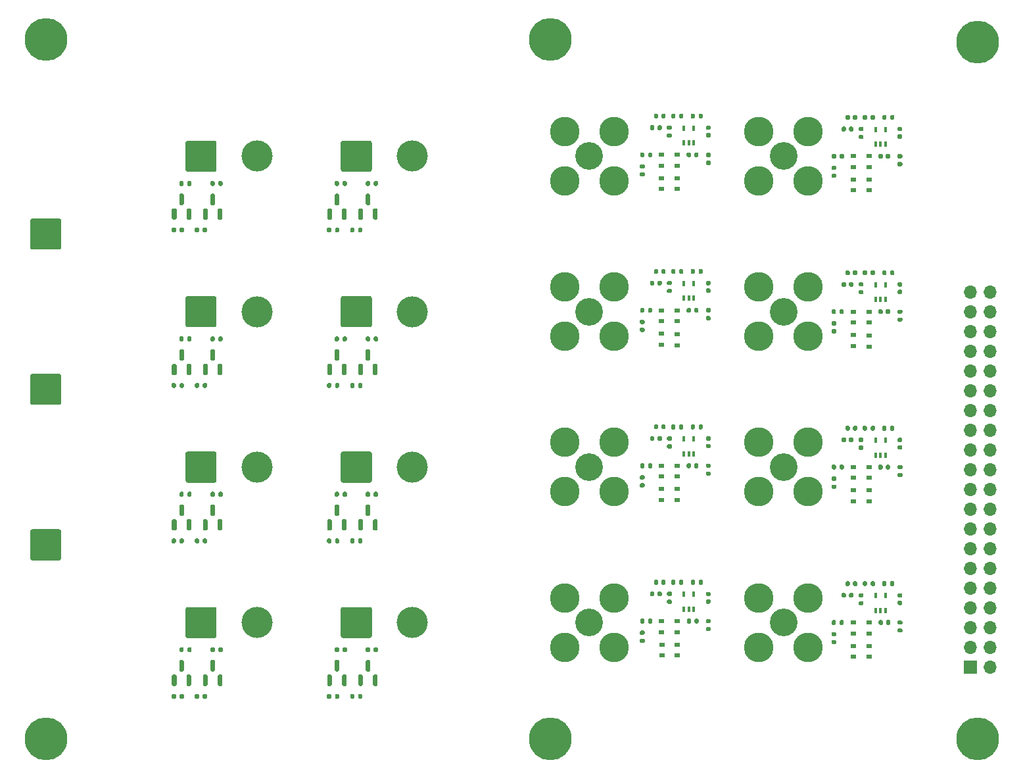
<source format=gts>
G04 #@! TF.GenerationSoftware,KiCad,Pcbnew,6.0.0-d3dd2cf0fa~116~ubuntu21.10.1*
G04 #@! TF.CreationDate,2022-01-19T11:25:04+00:00*
G04 #@! TF.ProjectId,latbox_cycloneV,6c617462-6f78-45f6-9379-636c6f6e6556,rev?*
G04 #@! TF.SameCoordinates,Original*
G04 #@! TF.FileFunction,Soldermask,Top*
G04 #@! TF.FilePolarity,Negative*
%FSLAX46Y46*%
G04 Gerber Fmt 4.6, Leading zero omitted, Abs format (unit mm)*
G04 Created by KiCad (PCBNEW 6.0.0-d3dd2cf0fa~116~ubuntu21.10.1) date 2022-01-19 11:25:04*
%MOMM*%
%LPD*%
G01*
G04 APERTURE LIST*
%ADD10C,5.500000*%
%ADD11R,0.700000X0.600000*%
%ADD12C,4.000000*%
%ADD13R,0.400000X0.650000*%
%ADD14C,3.556000*%
%ADD15C,3.810000*%
%ADD16R,1.700000X1.700000*%
%ADD17O,1.700000X1.700000*%
G04 APERTURE END LIST*
D10*
X55000000Y-55000000D03*
D11*
X136335000Y-71225000D03*
X136335000Y-69825000D03*
G36*
G01*
X74210000Y-79685000D02*
X74210000Y-79315000D01*
G75*
G02*
X74345000Y-79180000I135000J0D01*
G01*
X74615000Y-79180000D01*
G75*
G02*
X74750000Y-79315000I0J-135000D01*
G01*
X74750000Y-79685000D01*
G75*
G02*
X74615000Y-79820000I-135000J0D01*
G01*
X74345000Y-79820000D01*
G75*
G02*
X74210000Y-79685000I0J135000D01*
G01*
G37*
G36*
G01*
X75230000Y-79685000D02*
X75230000Y-79315000D01*
G75*
G02*
X75365000Y-79180000I135000J0D01*
G01*
X75635000Y-79180000D01*
G75*
G02*
X75770000Y-79315000I0J-135000D01*
G01*
X75770000Y-79685000D01*
G75*
G02*
X75635000Y-79820000I-135000J0D01*
G01*
X75365000Y-79820000D01*
G75*
G02*
X75230000Y-79685000I0J135000D01*
G01*
G37*
G36*
G01*
X93000000Y-111750000D02*
X93000000Y-108250000D01*
G75*
G02*
X93250000Y-108000000I250000J0D01*
G01*
X96750000Y-108000000D01*
G75*
G02*
X97000000Y-108250000I0J-250000D01*
G01*
X97000000Y-111750000D01*
G75*
G02*
X96750000Y-112000000I-250000J0D01*
G01*
X93250000Y-112000000D01*
G75*
G02*
X93000000Y-111750000I0J250000D01*
G01*
G37*
D12*
X102200000Y-110000000D03*
D13*
X137175000Y-108275000D03*
X137825000Y-108275000D03*
X138475000Y-108275000D03*
X138475000Y-106375000D03*
X137175000Y-106375000D03*
G36*
G01*
X72790000Y-119315000D02*
X72790000Y-119685000D01*
G75*
G02*
X72655000Y-119820000I-135000J0D01*
G01*
X72385000Y-119820000D01*
G75*
G02*
X72250000Y-119685000I0J135000D01*
G01*
X72250000Y-119315000D01*
G75*
G02*
X72385000Y-119180000I135000J0D01*
G01*
X72655000Y-119180000D01*
G75*
G02*
X72790000Y-119315000I0J-135000D01*
G01*
G37*
G36*
G01*
X71770000Y-119315000D02*
X71770000Y-119685000D01*
G75*
G02*
X71635000Y-119820000I-135000J0D01*
G01*
X71365000Y-119820000D01*
G75*
G02*
X71230000Y-119685000I0J135000D01*
G01*
X71230000Y-119315000D01*
G75*
G02*
X71365000Y-119180000I135000J0D01*
G01*
X71635000Y-119180000D01*
G75*
G02*
X71770000Y-119315000I0J-135000D01*
G01*
G37*
G36*
G01*
X93000000Y-71750000D02*
X93000000Y-68250000D01*
G75*
G02*
X93250000Y-68000000I250000J0D01*
G01*
X96750000Y-68000000D01*
G75*
G02*
X97000000Y-68250000I0J-250000D01*
G01*
X97000000Y-71750000D01*
G75*
G02*
X96750000Y-72000000I-250000J0D01*
G01*
X93250000Y-72000000D01*
G75*
G02*
X93000000Y-71750000I0J250000D01*
G01*
G37*
D12*
X102200000Y-70000000D03*
G36*
G01*
X157490000Y-106670000D02*
X157490000Y-106330000D01*
G75*
G02*
X157630000Y-106190000I140000J0D01*
G01*
X157910000Y-106190000D01*
G75*
G02*
X158050000Y-106330000I0J-140000D01*
G01*
X158050000Y-106670000D01*
G75*
G02*
X157910000Y-106810000I-140000J0D01*
G01*
X157630000Y-106810000D01*
G75*
G02*
X157490000Y-106670000I0J140000D01*
G01*
G37*
G36*
G01*
X158450000Y-106670000D02*
X158450000Y-106330000D01*
G75*
G02*
X158590000Y-106190000I140000J0D01*
G01*
X158870000Y-106190000D01*
G75*
G02*
X159010000Y-106330000I0J-140000D01*
G01*
X159010000Y-106670000D01*
G75*
G02*
X158870000Y-106810000I-140000J0D01*
G01*
X158590000Y-106810000D01*
G75*
G02*
X158450000Y-106670000I0J140000D01*
G01*
G37*
D11*
X136325000Y-91225000D03*
X136325000Y-89825000D03*
G36*
G01*
X97780000Y-133315000D02*
X97780000Y-133685000D01*
G75*
G02*
X97645000Y-133820000I-135000J0D01*
G01*
X97375000Y-133820000D01*
G75*
G02*
X97240000Y-133685000I0J135000D01*
G01*
X97240000Y-133315000D01*
G75*
G02*
X97375000Y-133180000I135000J0D01*
G01*
X97645000Y-133180000D01*
G75*
G02*
X97780000Y-133315000I0J-135000D01*
G01*
G37*
G36*
G01*
X96760000Y-133315000D02*
X96760000Y-133685000D01*
G75*
G02*
X96625000Y-133820000I-135000J0D01*
G01*
X96355000Y-133820000D01*
G75*
G02*
X96220000Y-133685000I0J135000D01*
G01*
X96220000Y-133315000D01*
G75*
G02*
X96355000Y-133180000I135000J0D01*
G01*
X96625000Y-133180000D01*
G75*
G02*
X96760000Y-133315000I0J-135000D01*
G01*
G37*
X161000000Y-74400000D03*
X161000000Y-73000000D03*
D13*
X137175000Y-128275000D03*
X137825000Y-128275000D03*
X138475000Y-128275000D03*
X138475000Y-126375000D03*
X137175000Y-126375000D03*
G36*
G01*
X140510000Y-111115000D02*
X140140000Y-111115000D01*
G75*
G02*
X140005000Y-110980000I0J135000D01*
G01*
X140005000Y-110710000D01*
G75*
G02*
X140140000Y-110575000I135000J0D01*
G01*
X140510000Y-110575000D01*
G75*
G02*
X140645000Y-110710000I0J-135000D01*
G01*
X140645000Y-110980000D01*
G75*
G02*
X140510000Y-111115000I-135000J0D01*
G01*
G37*
G36*
G01*
X140510000Y-110095000D02*
X140140000Y-110095000D01*
G75*
G02*
X140005000Y-109960000I0J135000D01*
G01*
X140005000Y-109690000D01*
G75*
G02*
X140140000Y-109555000I135000J0D01*
G01*
X140510000Y-109555000D01*
G75*
G02*
X140645000Y-109690000I0J-135000D01*
G01*
X140645000Y-109960000D01*
G75*
G02*
X140510000Y-110095000I-135000J0D01*
G01*
G37*
G36*
G01*
X160185000Y-107780000D02*
X159815000Y-107780000D01*
G75*
G02*
X159680000Y-107645000I0J135000D01*
G01*
X159680000Y-107375000D01*
G75*
G02*
X159815000Y-107240000I135000J0D01*
G01*
X160185000Y-107240000D01*
G75*
G02*
X160320000Y-107375000I0J-135000D01*
G01*
X160320000Y-107645000D01*
G75*
G02*
X160185000Y-107780000I-135000J0D01*
G01*
G37*
G36*
G01*
X160185000Y-106760000D02*
X159815000Y-106760000D01*
G75*
G02*
X159680000Y-106625000I0J135000D01*
G01*
X159680000Y-106355000D01*
G75*
G02*
X159815000Y-106220000I135000J0D01*
G01*
X160185000Y-106220000D01*
G75*
G02*
X160320000Y-106355000I0J-135000D01*
G01*
X160320000Y-106625000D01*
G75*
G02*
X160185000Y-106760000I-135000J0D01*
G01*
G37*
G36*
G01*
X164290000Y-104815000D02*
X164290000Y-105185000D01*
G75*
G02*
X164155000Y-105320000I-135000J0D01*
G01*
X163885000Y-105320000D01*
G75*
G02*
X163750000Y-105185000I0J135000D01*
G01*
X163750000Y-104815000D01*
G75*
G02*
X163885000Y-104680000I135000J0D01*
G01*
X164155000Y-104680000D01*
G75*
G02*
X164290000Y-104815000I0J-135000D01*
G01*
G37*
G36*
G01*
X163270000Y-104815000D02*
X163270000Y-105185000D01*
G75*
G02*
X163135000Y-105320000I-135000J0D01*
G01*
X162865000Y-105320000D01*
G75*
G02*
X162730000Y-105185000I0J135000D01*
G01*
X162730000Y-104815000D01*
G75*
G02*
X162865000Y-104680000I135000J0D01*
G01*
X163135000Y-104680000D01*
G75*
G02*
X163270000Y-104815000I0J-135000D01*
G01*
G37*
G36*
G01*
X71700000Y-78175000D02*
X71400000Y-78175000D01*
G75*
G02*
X71250000Y-78025000I0J150000D01*
G01*
X71250000Y-76850000D01*
G75*
G02*
X71400000Y-76700000I150000J0D01*
G01*
X71700000Y-76700000D01*
G75*
G02*
X71850000Y-76850000I0J-150000D01*
G01*
X71850000Y-78025000D01*
G75*
G02*
X71700000Y-78175000I-150000J0D01*
G01*
G37*
G36*
G01*
X73600000Y-78175000D02*
X73300000Y-78175000D01*
G75*
G02*
X73150000Y-78025000I0J150000D01*
G01*
X73150000Y-76850000D01*
G75*
G02*
X73300000Y-76700000I150000J0D01*
G01*
X73600000Y-76700000D01*
G75*
G02*
X73750000Y-76850000I0J-150000D01*
G01*
X73750000Y-78025000D01*
G75*
G02*
X73600000Y-78175000I-150000J0D01*
G01*
G37*
G36*
G01*
X72650000Y-76300000D02*
X72350000Y-76300000D01*
G75*
G02*
X72200000Y-76150000I0J150000D01*
G01*
X72200000Y-74975000D01*
G75*
G02*
X72350000Y-74825000I150000J0D01*
G01*
X72650000Y-74825000D01*
G75*
G02*
X72800000Y-74975000I0J-150000D01*
G01*
X72800000Y-76150000D01*
G75*
G02*
X72650000Y-76300000I-150000J0D01*
G01*
G37*
G36*
G01*
X91700000Y-78175000D02*
X91400000Y-78175000D01*
G75*
G02*
X91250000Y-78025000I0J150000D01*
G01*
X91250000Y-76850000D01*
G75*
G02*
X91400000Y-76700000I150000J0D01*
G01*
X91700000Y-76700000D01*
G75*
G02*
X91850000Y-76850000I0J-150000D01*
G01*
X91850000Y-78025000D01*
G75*
G02*
X91700000Y-78175000I-150000J0D01*
G01*
G37*
G36*
G01*
X93600000Y-78175000D02*
X93300000Y-78175000D01*
G75*
G02*
X93150000Y-78025000I0J150000D01*
G01*
X93150000Y-76850000D01*
G75*
G02*
X93300000Y-76700000I150000J0D01*
G01*
X93600000Y-76700000D01*
G75*
G02*
X93750000Y-76850000I0J-150000D01*
G01*
X93750000Y-78025000D01*
G75*
G02*
X93600000Y-78175000I-150000J0D01*
G01*
G37*
G36*
G01*
X92650000Y-76300000D02*
X92350000Y-76300000D01*
G75*
G02*
X92200000Y-76150000I0J150000D01*
G01*
X92200000Y-74975000D01*
G75*
G02*
X92350000Y-74825000I150000J0D01*
G01*
X92650000Y-74825000D01*
G75*
G02*
X92800000Y-74975000I0J-150000D01*
G01*
X92800000Y-76150000D01*
G75*
G02*
X92650000Y-76300000I-150000J0D01*
G01*
G37*
G36*
G01*
X157990000Y-85170000D02*
X157990000Y-84830000D01*
G75*
G02*
X158130000Y-84690000I140000J0D01*
G01*
X158410000Y-84690000D01*
G75*
G02*
X158550000Y-84830000I0J-140000D01*
G01*
X158550000Y-85170000D01*
G75*
G02*
X158410000Y-85310000I-140000J0D01*
G01*
X158130000Y-85310000D01*
G75*
G02*
X157990000Y-85170000I0J140000D01*
G01*
G37*
G36*
G01*
X158950000Y-85170000D02*
X158950000Y-84830000D01*
G75*
G02*
X159090000Y-84690000I140000J0D01*
G01*
X159370000Y-84690000D01*
G75*
G02*
X159510000Y-84830000I0J-140000D01*
G01*
X159510000Y-85170000D01*
G75*
G02*
X159370000Y-85310000I-140000J0D01*
G01*
X159090000Y-85310000D01*
G75*
G02*
X158950000Y-85170000I0J140000D01*
G01*
G37*
G36*
G01*
X73000000Y-131750000D02*
X73000000Y-128250000D01*
G75*
G02*
X73250000Y-128000000I250000J0D01*
G01*
X76750000Y-128000000D01*
G75*
G02*
X77000000Y-128250000I0J-250000D01*
G01*
X77000000Y-131750000D01*
G75*
G02*
X76750000Y-132000000I-250000J0D01*
G01*
X73250000Y-132000000D01*
G75*
G02*
X73000000Y-131750000I0J250000D01*
G01*
G37*
D12*
X82200000Y-130000000D03*
G36*
G01*
X93000000Y-131750000D02*
X93000000Y-128250000D01*
G75*
G02*
X93250000Y-128000000I250000J0D01*
G01*
X96750000Y-128000000D01*
G75*
G02*
X97000000Y-128250000I0J-250000D01*
G01*
X97000000Y-131750000D01*
G75*
G02*
X96750000Y-132000000I-250000J0D01*
G01*
X93250000Y-132000000D01*
G75*
G02*
X93000000Y-131750000I0J250000D01*
G01*
G37*
X102200000Y-130000000D03*
G36*
G01*
X74210000Y-99685000D02*
X74210000Y-99315000D01*
G75*
G02*
X74345000Y-99180000I135000J0D01*
G01*
X74615000Y-99180000D01*
G75*
G02*
X74750000Y-99315000I0J-135000D01*
G01*
X74750000Y-99685000D01*
G75*
G02*
X74615000Y-99820000I-135000J0D01*
G01*
X74345000Y-99820000D01*
G75*
G02*
X74210000Y-99685000I0J135000D01*
G01*
G37*
G36*
G01*
X75230000Y-99685000D02*
X75230000Y-99315000D01*
G75*
G02*
X75365000Y-99180000I135000J0D01*
G01*
X75635000Y-99180000D01*
G75*
G02*
X75770000Y-99315000I0J-135000D01*
G01*
X75770000Y-99685000D01*
G75*
G02*
X75635000Y-99820000I-135000J0D01*
G01*
X75365000Y-99820000D01*
G75*
G02*
X75230000Y-99685000I0J135000D01*
G01*
G37*
G36*
G01*
X162250000Y-130170000D02*
X162250000Y-129830000D01*
G75*
G02*
X162390000Y-129690000I140000J0D01*
G01*
X162670000Y-129690000D01*
G75*
G02*
X162810000Y-129830000I0J-140000D01*
G01*
X162810000Y-130170000D01*
G75*
G02*
X162670000Y-130310000I-140000J0D01*
G01*
X162390000Y-130310000D01*
G75*
G02*
X162250000Y-130170000I0J140000D01*
G01*
G37*
G36*
G01*
X163210000Y-130170000D02*
X163210000Y-129830000D01*
G75*
G02*
X163350000Y-129690000I140000J0D01*
G01*
X163630000Y-129690000D01*
G75*
G02*
X163770000Y-129830000I0J-140000D01*
G01*
X163770000Y-130170000D01*
G75*
G02*
X163630000Y-130310000I-140000J0D01*
G01*
X163350000Y-130310000D01*
G75*
G02*
X163210000Y-130170000I0J140000D01*
G01*
G37*
G36*
G01*
X71700000Y-138175000D02*
X71400000Y-138175000D01*
G75*
G02*
X71250000Y-138025000I0J150000D01*
G01*
X71250000Y-136850000D01*
G75*
G02*
X71400000Y-136700000I150000J0D01*
G01*
X71700000Y-136700000D01*
G75*
G02*
X71850000Y-136850000I0J-150000D01*
G01*
X71850000Y-138025000D01*
G75*
G02*
X71700000Y-138175000I-150000J0D01*
G01*
G37*
G36*
G01*
X73600000Y-138175000D02*
X73300000Y-138175000D01*
G75*
G02*
X73150000Y-138025000I0J150000D01*
G01*
X73150000Y-136850000D01*
G75*
G02*
X73300000Y-136700000I150000J0D01*
G01*
X73600000Y-136700000D01*
G75*
G02*
X73750000Y-136850000I0J-150000D01*
G01*
X73750000Y-138025000D01*
G75*
G02*
X73600000Y-138175000I-150000J0D01*
G01*
G37*
G36*
G01*
X72650000Y-136300000D02*
X72350000Y-136300000D01*
G75*
G02*
X72200000Y-136150000I0J150000D01*
G01*
X72200000Y-134975000D01*
G75*
G02*
X72350000Y-134825000I150000J0D01*
G01*
X72650000Y-134825000D01*
G75*
G02*
X72800000Y-134975000I0J-150000D01*
G01*
X72800000Y-136150000D01*
G75*
G02*
X72650000Y-136300000I-150000J0D01*
G01*
G37*
G36*
G01*
X160185000Y-87780000D02*
X159815000Y-87780000D01*
G75*
G02*
X159680000Y-87645000I0J135000D01*
G01*
X159680000Y-87375000D01*
G75*
G02*
X159815000Y-87240000I135000J0D01*
G01*
X160185000Y-87240000D01*
G75*
G02*
X160320000Y-87375000I0J-135000D01*
G01*
X160320000Y-87645000D01*
G75*
G02*
X160185000Y-87780000I-135000J0D01*
G01*
G37*
G36*
G01*
X160185000Y-86760000D02*
X159815000Y-86760000D01*
G75*
G02*
X159680000Y-86625000I0J135000D01*
G01*
X159680000Y-86355000D01*
G75*
G02*
X159815000Y-86220000I135000J0D01*
G01*
X160185000Y-86220000D01*
G75*
G02*
X160320000Y-86355000I0J-135000D01*
G01*
X160320000Y-86625000D01*
G75*
G02*
X160185000Y-86760000I-135000J0D01*
G01*
G37*
G36*
G01*
X131545000Y-130010000D02*
X131545000Y-129640000D01*
G75*
G02*
X131680000Y-129505000I135000J0D01*
G01*
X131950000Y-129505000D01*
G75*
G02*
X132085000Y-129640000I0J-135000D01*
G01*
X132085000Y-130010000D01*
G75*
G02*
X131950000Y-130145000I-135000J0D01*
G01*
X131680000Y-130145000D01*
G75*
G02*
X131545000Y-130010000I0J135000D01*
G01*
G37*
G36*
G01*
X132565000Y-130010000D02*
X132565000Y-129640000D01*
G75*
G02*
X132700000Y-129505000I135000J0D01*
G01*
X132970000Y-129505000D01*
G75*
G02*
X133105000Y-129640000I0J-135000D01*
G01*
X133105000Y-130010000D01*
G75*
G02*
X132970000Y-130145000I-135000J0D01*
G01*
X132700000Y-130145000D01*
G75*
G02*
X132565000Y-130010000I0J135000D01*
G01*
G37*
G36*
G01*
X73780000Y-93315000D02*
X73780000Y-93685000D01*
G75*
G02*
X73645000Y-93820000I-135000J0D01*
G01*
X73375000Y-93820000D01*
G75*
G02*
X73240000Y-93685000I0J135000D01*
G01*
X73240000Y-93315000D01*
G75*
G02*
X73375000Y-93180000I135000J0D01*
G01*
X73645000Y-93180000D01*
G75*
G02*
X73780000Y-93315000I0J-135000D01*
G01*
G37*
G36*
G01*
X72760000Y-93315000D02*
X72760000Y-93685000D01*
G75*
G02*
X72625000Y-93820000I-135000J0D01*
G01*
X72355000Y-93820000D01*
G75*
G02*
X72220000Y-93685000I0J135000D01*
G01*
X72220000Y-93315000D01*
G75*
G02*
X72355000Y-93180000I135000J0D01*
G01*
X72625000Y-93180000D01*
G75*
G02*
X72760000Y-93315000I0J-135000D01*
G01*
G37*
G36*
G01*
X77780000Y-73315000D02*
X77780000Y-73685000D01*
G75*
G02*
X77645000Y-73820000I-135000J0D01*
G01*
X77375000Y-73820000D01*
G75*
G02*
X77240000Y-73685000I0J135000D01*
G01*
X77240000Y-73315000D01*
G75*
G02*
X77375000Y-73180000I135000J0D01*
G01*
X77645000Y-73180000D01*
G75*
G02*
X77780000Y-73315000I0J-135000D01*
G01*
G37*
G36*
G01*
X76760000Y-73315000D02*
X76760000Y-73685000D01*
G75*
G02*
X76625000Y-73820000I-135000J0D01*
G01*
X76355000Y-73820000D01*
G75*
G02*
X76220000Y-73685000I0J135000D01*
G01*
X76220000Y-73315000D01*
G75*
G02*
X76355000Y-73180000I135000J0D01*
G01*
X76625000Y-73180000D01*
G75*
G02*
X76760000Y-73315000I0J-135000D01*
G01*
G37*
G36*
G01*
X137545000Y-69995000D02*
X137545000Y-69655000D01*
G75*
G02*
X137685000Y-69515000I140000J0D01*
G01*
X137965000Y-69515000D01*
G75*
G02*
X138105000Y-69655000I0J-140000D01*
G01*
X138105000Y-69995000D01*
G75*
G02*
X137965000Y-70135000I-140000J0D01*
G01*
X137685000Y-70135000D01*
G75*
G02*
X137545000Y-69995000I0J140000D01*
G01*
G37*
G36*
G01*
X138505000Y-69995000D02*
X138505000Y-69655000D01*
G75*
G02*
X138645000Y-69515000I140000J0D01*
G01*
X138925000Y-69515000D01*
G75*
G02*
X139065000Y-69655000I0J-140000D01*
G01*
X139065000Y-69995000D01*
G75*
G02*
X138925000Y-70135000I-140000J0D01*
G01*
X138645000Y-70135000D01*
G75*
G02*
X138505000Y-69995000I0J140000D01*
G01*
G37*
G36*
G01*
X93780000Y-93315000D02*
X93780000Y-93685000D01*
G75*
G02*
X93645000Y-93820000I-135000J0D01*
G01*
X93375000Y-93820000D01*
G75*
G02*
X93240000Y-93685000I0J135000D01*
G01*
X93240000Y-93315000D01*
G75*
G02*
X93375000Y-93180000I135000J0D01*
G01*
X93645000Y-93180000D01*
G75*
G02*
X93780000Y-93315000I0J-135000D01*
G01*
G37*
G36*
G01*
X92760000Y-93315000D02*
X92760000Y-93685000D01*
G75*
G02*
X92625000Y-93820000I-135000J0D01*
G01*
X92355000Y-93820000D01*
G75*
G02*
X92220000Y-93685000I0J135000D01*
G01*
X92220000Y-93315000D01*
G75*
G02*
X92355000Y-93180000I135000J0D01*
G01*
X92625000Y-93180000D01*
G75*
G02*
X92760000Y-93315000I0J-135000D01*
G01*
G37*
G36*
G01*
X139615000Y-84640000D02*
X139615000Y-85010000D01*
G75*
G02*
X139480000Y-85145000I-135000J0D01*
G01*
X139210000Y-85145000D01*
G75*
G02*
X139075000Y-85010000I0J135000D01*
G01*
X139075000Y-84640000D01*
G75*
G02*
X139210000Y-84505000I135000J0D01*
G01*
X139480000Y-84505000D01*
G75*
G02*
X139615000Y-84640000I0J-135000D01*
G01*
G37*
G36*
G01*
X138595000Y-84640000D02*
X138595000Y-85010000D01*
G75*
G02*
X138460000Y-85145000I-135000J0D01*
G01*
X138190000Y-85145000D01*
G75*
G02*
X138055000Y-85010000I0J135000D01*
G01*
X138055000Y-84640000D01*
G75*
G02*
X138190000Y-84505000I135000J0D01*
G01*
X138460000Y-84505000D01*
G75*
G02*
X138595000Y-84640000I0J-135000D01*
G01*
G37*
G36*
G01*
X94210000Y-79685000D02*
X94210000Y-79315000D01*
G75*
G02*
X94345000Y-79180000I135000J0D01*
G01*
X94615000Y-79180000D01*
G75*
G02*
X94750000Y-79315000I0J-135000D01*
G01*
X94750000Y-79685000D01*
G75*
G02*
X94615000Y-79820000I-135000J0D01*
G01*
X94345000Y-79820000D01*
G75*
G02*
X94210000Y-79685000I0J135000D01*
G01*
G37*
G36*
G01*
X95230000Y-79685000D02*
X95230000Y-79315000D01*
G75*
G02*
X95365000Y-79180000I135000J0D01*
G01*
X95635000Y-79180000D01*
G75*
G02*
X95770000Y-79315000I0J-135000D01*
G01*
X95770000Y-79685000D01*
G75*
G02*
X95635000Y-79820000I-135000J0D01*
G01*
X95365000Y-79820000D01*
G75*
G02*
X95230000Y-79685000I0J135000D01*
G01*
G37*
G36*
G01*
X131555000Y-110010000D02*
X131555000Y-109640000D01*
G75*
G02*
X131690000Y-109505000I135000J0D01*
G01*
X131960000Y-109505000D01*
G75*
G02*
X132095000Y-109640000I0J-135000D01*
G01*
X132095000Y-110010000D01*
G75*
G02*
X131960000Y-110145000I-135000J0D01*
G01*
X131690000Y-110145000D01*
G75*
G02*
X131555000Y-110010000I0J135000D01*
G01*
G37*
G36*
G01*
X132575000Y-110010000D02*
X132575000Y-109640000D01*
G75*
G02*
X132710000Y-109505000I135000J0D01*
G01*
X132980000Y-109505000D01*
G75*
G02*
X133115000Y-109640000I0J-135000D01*
G01*
X133115000Y-110010000D01*
G75*
G02*
X132980000Y-110145000I-135000J0D01*
G01*
X132710000Y-110145000D01*
G75*
G02*
X132575000Y-110010000I0J135000D01*
G01*
G37*
D11*
X159000000Y-110000000D03*
X159000000Y-111400000D03*
G36*
G01*
X156220000Y-90185000D02*
X156220000Y-89815000D01*
G75*
G02*
X156355000Y-89680000I135000J0D01*
G01*
X156625000Y-89680000D01*
G75*
G02*
X156760000Y-89815000I0J-135000D01*
G01*
X156760000Y-90185000D01*
G75*
G02*
X156625000Y-90320000I-135000J0D01*
G01*
X156355000Y-90320000D01*
G75*
G02*
X156220000Y-90185000I0J135000D01*
G01*
G37*
G36*
G01*
X157240000Y-90185000D02*
X157240000Y-89815000D01*
G75*
G02*
X157375000Y-89680000I135000J0D01*
G01*
X157645000Y-89680000D01*
G75*
G02*
X157780000Y-89815000I0J-135000D01*
G01*
X157780000Y-90185000D01*
G75*
G02*
X157645000Y-90320000I-135000J0D01*
G01*
X157375000Y-90320000D01*
G75*
G02*
X157240000Y-90185000I0J135000D01*
G01*
G37*
G36*
G01*
X140510000Y-71115000D02*
X140140000Y-71115000D01*
G75*
G02*
X140005000Y-70980000I0J135000D01*
G01*
X140005000Y-70710000D01*
G75*
G02*
X140140000Y-70575000I135000J0D01*
G01*
X140510000Y-70575000D01*
G75*
G02*
X140645000Y-70710000I0J-135000D01*
G01*
X140645000Y-70980000D01*
G75*
G02*
X140510000Y-71115000I-135000J0D01*
G01*
G37*
G36*
G01*
X140510000Y-70095000D02*
X140140000Y-70095000D01*
G75*
G02*
X140005000Y-69960000I0J135000D01*
G01*
X140005000Y-69690000D01*
G75*
G02*
X140140000Y-69555000I135000J0D01*
G01*
X140510000Y-69555000D01*
G75*
G02*
X140645000Y-69690000I0J-135000D01*
G01*
X140645000Y-69960000D01*
G75*
G02*
X140510000Y-70095000I-135000J0D01*
G01*
G37*
X136325000Y-94325000D03*
X136325000Y-92925000D03*
G36*
G01*
X91700000Y-138175000D02*
X91400000Y-138175000D01*
G75*
G02*
X91250000Y-138025000I0J150000D01*
G01*
X91250000Y-136850000D01*
G75*
G02*
X91400000Y-136700000I150000J0D01*
G01*
X91700000Y-136700000D01*
G75*
G02*
X91850000Y-136850000I0J-150000D01*
G01*
X91850000Y-138025000D01*
G75*
G02*
X91700000Y-138175000I-150000J0D01*
G01*
G37*
G36*
G01*
X93600000Y-138175000D02*
X93300000Y-138175000D01*
G75*
G02*
X93150000Y-138025000I0J150000D01*
G01*
X93150000Y-136850000D01*
G75*
G02*
X93300000Y-136700000I150000J0D01*
G01*
X93600000Y-136700000D01*
G75*
G02*
X93750000Y-136850000I0J-150000D01*
G01*
X93750000Y-138025000D01*
G75*
G02*
X93600000Y-138175000I-150000J0D01*
G01*
G37*
G36*
G01*
X92650000Y-136300000D02*
X92350000Y-136300000D01*
G75*
G02*
X92200000Y-136150000I0J150000D01*
G01*
X92200000Y-134975000D01*
G75*
G02*
X92350000Y-134825000I150000J0D01*
G01*
X92650000Y-134825000D01*
G75*
G02*
X92800000Y-134975000I0J-150000D01*
G01*
X92800000Y-136150000D01*
G75*
G02*
X92650000Y-136300000I-150000J0D01*
G01*
G37*
G36*
G01*
X53000000Y-81750000D02*
X53000000Y-78250000D01*
G75*
G02*
X53250000Y-78000000I250000J0D01*
G01*
X56750000Y-78000000D01*
G75*
G02*
X57000000Y-78250000I0J-250000D01*
G01*
X57000000Y-81750000D01*
G75*
G02*
X56750000Y-82000000I-250000J0D01*
G01*
X53250000Y-82000000D01*
G75*
G02*
X53000000Y-81750000I0J250000D01*
G01*
G37*
X134325000Y-109825000D03*
X134325000Y-111225000D03*
G36*
G01*
X72790000Y-99315000D02*
X72790000Y-99685000D01*
G75*
G02*
X72655000Y-99820000I-135000J0D01*
G01*
X72385000Y-99820000D01*
G75*
G02*
X72250000Y-99685000I0J135000D01*
G01*
X72250000Y-99315000D01*
G75*
G02*
X72385000Y-99180000I135000J0D01*
G01*
X72655000Y-99180000D01*
G75*
G02*
X72790000Y-99315000I0J-135000D01*
G01*
G37*
G36*
G01*
X71770000Y-99315000D02*
X71770000Y-99685000D01*
G75*
G02*
X71635000Y-99820000I-135000J0D01*
G01*
X71365000Y-99820000D01*
G75*
G02*
X71230000Y-99685000I0J135000D01*
G01*
X71230000Y-99315000D01*
G75*
G02*
X71365000Y-99180000I135000J0D01*
G01*
X71635000Y-99180000D01*
G75*
G02*
X71770000Y-99315000I0J-135000D01*
G01*
G37*
G36*
G01*
X139615000Y-104640000D02*
X139615000Y-105010000D01*
G75*
G02*
X139480000Y-105145000I-135000J0D01*
G01*
X139210000Y-105145000D01*
G75*
G02*
X139075000Y-105010000I0J135000D01*
G01*
X139075000Y-104640000D01*
G75*
G02*
X139210000Y-104505000I135000J0D01*
G01*
X139480000Y-104505000D01*
G75*
G02*
X139615000Y-104640000I0J-135000D01*
G01*
G37*
G36*
G01*
X138595000Y-104640000D02*
X138595000Y-105010000D01*
G75*
G02*
X138460000Y-105145000I-135000J0D01*
G01*
X138190000Y-105145000D01*
G75*
G02*
X138055000Y-105010000I0J135000D01*
G01*
X138055000Y-104640000D01*
G75*
G02*
X138190000Y-104505000I135000J0D01*
G01*
X138460000Y-104505000D01*
G75*
G02*
X138595000Y-104640000I0J-135000D01*
G01*
G37*
G36*
G01*
X74210000Y-119685000D02*
X74210000Y-119315000D01*
G75*
G02*
X74345000Y-119180000I135000J0D01*
G01*
X74615000Y-119180000D01*
G75*
G02*
X74750000Y-119315000I0J-135000D01*
G01*
X74750000Y-119685000D01*
G75*
G02*
X74615000Y-119820000I-135000J0D01*
G01*
X74345000Y-119820000D01*
G75*
G02*
X74210000Y-119685000I0J135000D01*
G01*
G37*
G36*
G01*
X75230000Y-119685000D02*
X75230000Y-119315000D01*
G75*
G02*
X75365000Y-119180000I135000J0D01*
G01*
X75635000Y-119180000D01*
G75*
G02*
X75770000Y-119315000I0J-135000D01*
G01*
X75770000Y-119685000D01*
G75*
G02*
X75635000Y-119820000I-135000J0D01*
G01*
X75365000Y-119820000D01*
G75*
G02*
X75230000Y-119685000I0J135000D01*
G01*
G37*
G36*
G01*
X156230000Y-110185000D02*
X156230000Y-109815000D01*
G75*
G02*
X156365000Y-109680000I135000J0D01*
G01*
X156635000Y-109680000D01*
G75*
G02*
X156770000Y-109815000I0J-135000D01*
G01*
X156770000Y-110185000D01*
G75*
G02*
X156635000Y-110320000I-135000J0D01*
G01*
X156365000Y-110320000D01*
G75*
G02*
X156230000Y-110185000I0J135000D01*
G01*
G37*
G36*
G01*
X157250000Y-110185000D02*
X157250000Y-109815000D01*
G75*
G02*
X157385000Y-109680000I135000J0D01*
G01*
X157655000Y-109680000D01*
G75*
G02*
X157790000Y-109815000I0J-135000D01*
G01*
X157790000Y-110185000D01*
G75*
G02*
X157655000Y-110320000I-135000J0D01*
G01*
X157385000Y-110320000D01*
G75*
G02*
X157250000Y-110185000I0J135000D01*
G01*
G37*
G36*
G01*
X131640000Y-71055000D02*
X132010000Y-71055000D01*
G75*
G02*
X132145000Y-71190000I0J-135000D01*
G01*
X132145000Y-71460000D01*
G75*
G02*
X132010000Y-71595000I-135000J0D01*
G01*
X131640000Y-71595000D01*
G75*
G02*
X131505000Y-71460000I0J135000D01*
G01*
X131505000Y-71190000D01*
G75*
G02*
X131640000Y-71055000I135000J0D01*
G01*
G37*
G36*
G01*
X131640000Y-72075000D02*
X132010000Y-72075000D01*
G75*
G02*
X132145000Y-72210000I0J-135000D01*
G01*
X132145000Y-72480000D01*
G75*
G02*
X132010000Y-72615000I-135000J0D01*
G01*
X131640000Y-72615000D01*
G75*
G02*
X131505000Y-72480000I0J135000D01*
G01*
X131505000Y-72210000D01*
G75*
G02*
X131640000Y-72075000I135000J0D01*
G01*
G37*
X159000000Y-93000000D03*
X159000000Y-94400000D03*
X134325000Y-129825000D03*
X134325000Y-131225000D03*
G36*
G01*
X137105000Y-64640000D02*
X137105000Y-65010000D01*
G75*
G02*
X136970000Y-65145000I-135000J0D01*
G01*
X136700000Y-65145000D01*
G75*
G02*
X136565000Y-65010000I0J135000D01*
G01*
X136565000Y-64640000D01*
G75*
G02*
X136700000Y-64505000I135000J0D01*
G01*
X136970000Y-64505000D01*
G75*
G02*
X137105000Y-64640000I0J-135000D01*
G01*
G37*
G36*
G01*
X136085000Y-64640000D02*
X136085000Y-65010000D01*
G75*
G02*
X135950000Y-65145000I-135000J0D01*
G01*
X135680000Y-65145000D01*
G75*
G02*
X135545000Y-65010000I0J135000D01*
G01*
X135545000Y-64640000D01*
G75*
G02*
X135680000Y-64505000I135000J0D01*
G01*
X135950000Y-64505000D01*
G75*
G02*
X136085000Y-64640000I0J-135000D01*
G01*
G37*
G36*
G01*
X156315000Y-131220000D02*
X156685000Y-131220000D01*
G75*
G02*
X156820000Y-131355000I0J-135000D01*
G01*
X156820000Y-131625000D01*
G75*
G02*
X156685000Y-131760000I-135000J0D01*
G01*
X156315000Y-131760000D01*
G75*
G02*
X156180000Y-131625000I0J135000D01*
G01*
X156180000Y-131355000D01*
G75*
G02*
X156315000Y-131220000I135000J0D01*
G01*
G37*
G36*
G01*
X156315000Y-132240000D02*
X156685000Y-132240000D01*
G75*
G02*
X156820000Y-132375000I0J-135000D01*
G01*
X156820000Y-132645000D01*
G75*
G02*
X156685000Y-132780000I-135000J0D01*
G01*
X156315000Y-132780000D01*
G75*
G02*
X156180000Y-132645000I0J135000D01*
G01*
X156180000Y-132375000D01*
G75*
G02*
X156315000Y-132240000I135000J0D01*
G01*
G37*
G36*
G01*
X165170000Y-87740000D02*
X164830000Y-87740000D01*
G75*
G02*
X164690000Y-87600000I0J140000D01*
G01*
X164690000Y-87320000D01*
G75*
G02*
X164830000Y-87180000I140000J0D01*
G01*
X165170000Y-87180000D01*
G75*
G02*
X165310000Y-87320000I0J-140000D01*
G01*
X165310000Y-87600000D01*
G75*
G02*
X165170000Y-87740000I-140000J0D01*
G01*
G37*
G36*
G01*
X165170000Y-86780000D02*
X164830000Y-86780000D01*
G75*
G02*
X164690000Y-86640000I0J140000D01*
G01*
X164690000Y-86360000D01*
G75*
G02*
X164830000Y-86220000I140000J0D01*
G01*
X165170000Y-86220000D01*
G75*
G02*
X165310000Y-86360000I0J-140000D01*
G01*
X165310000Y-86640000D01*
G75*
G02*
X165170000Y-86780000I-140000J0D01*
G01*
G37*
G36*
G01*
X137105000Y-104640000D02*
X137105000Y-105010000D01*
G75*
G02*
X136970000Y-105145000I-135000J0D01*
G01*
X136700000Y-105145000D01*
G75*
G02*
X136565000Y-105010000I0J135000D01*
G01*
X136565000Y-104640000D01*
G75*
G02*
X136700000Y-104505000I135000J0D01*
G01*
X136970000Y-104505000D01*
G75*
G02*
X137105000Y-104640000I0J-135000D01*
G01*
G37*
G36*
G01*
X136085000Y-104640000D02*
X136085000Y-105010000D01*
G75*
G02*
X135950000Y-105145000I-135000J0D01*
G01*
X135680000Y-105145000D01*
G75*
G02*
X135545000Y-105010000I0J135000D01*
G01*
X135545000Y-104640000D01*
G75*
G02*
X135680000Y-104505000I135000J0D01*
G01*
X135950000Y-104505000D01*
G75*
G02*
X136085000Y-104640000I0J-135000D01*
G01*
G37*
G36*
G01*
X132815000Y-86495000D02*
X132815000Y-86155000D01*
G75*
G02*
X132955000Y-86015000I140000J0D01*
G01*
X133235000Y-86015000D01*
G75*
G02*
X133375000Y-86155000I0J-140000D01*
G01*
X133375000Y-86495000D01*
G75*
G02*
X133235000Y-86635000I-140000J0D01*
G01*
X132955000Y-86635000D01*
G75*
G02*
X132815000Y-86495000I0J140000D01*
G01*
G37*
G36*
G01*
X133775000Y-86495000D02*
X133775000Y-86155000D01*
G75*
G02*
X133915000Y-86015000I140000J0D01*
G01*
X134195000Y-86015000D01*
G75*
G02*
X134335000Y-86155000I0J-140000D01*
G01*
X134335000Y-86495000D01*
G75*
G02*
X134195000Y-86635000I-140000J0D01*
G01*
X133915000Y-86635000D01*
G75*
G02*
X133775000Y-86495000I0J140000D01*
G01*
G37*
D14*
X125000000Y-130000000D03*
D15*
X121825000Y-133175000D03*
X121825000Y-126825000D03*
X128175000Y-133175000D03*
X128175000Y-126825000D03*
D11*
X161000000Y-94500000D03*
X161000000Y-93100000D03*
D14*
X150000000Y-130000000D03*
D15*
X153175000Y-126825000D03*
X153175000Y-133175000D03*
X146825000Y-126825000D03*
X146825000Y-133175000D03*
G36*
G01*
X133315000Y-84995000D02*
X133315000Y-84655000D01*
G75*
G02*
X133455000Y-84515000I140000J0D01*
G01*
X133735000Y-84515000D01*
G75*
G02*
X133875000Y-84655000I0J-140000D01*
G01*
X133875000Y-84995000D01*
G75*
G02*
X133735000Y-85135000I-140000J0D01*
G01*
X133455000Y-85135000D01*
G75*
G02*
X133315000Y-84995000I0J140000D01*
G01*
G37*
G36*
G01*
X134275000Y-84995000D02*
X134275000Y-84655000D01*
G75*
G02*
X134415000Y-84515000I140000J0D01*
G01*
X134695000Y-84515000D01*
G75*
G02*
X134835000Y-84655000I0J-140000D01*
G01*
X134835000Y-84995000D01*
G75*
G02*
X134695000Y-85135000I-140000J0D01*
G01*
X134415000Y-85135000D01*
G75*
G02*
X134275000Y-84995000I0J140000D01*
G01*
G37*
G36*
G01*
X73000000Y-71750000D02*
X73000000Y-68250000D01*
G75*
G02*
X73250000Y-68000000I250000J0D01*
G01*
X76750000Y-68000000D01*
G75*
G02*
X77000000Y-68250000I0J-250000D01*
G01*
X77000000Y-71750000D01*
G75*
G02*
X76750000Y-72000000I-250000J0D01*
G01*
X73250000Y-72000000D01*
G75*
G02*
X73000000Y-71750000I0J250000D01*
G01*
G37*
D12*
X82200000Y-70000000D03*
D11*
X136335000Y-134225000D03*
X136335000Y-132825000D03*
G36*
G01*
X140510000Y-131115000D02*
X140140000Y-131115000D01*
G75*
G02*
X140005000Y-130980000I0J135000D01*
G01*
X140005000Y-130710000D01*
G75*
G02*
X140140000Y-130575000I135000J0D01*
G01*
X140510000Y-130575000D01*
G75*
G02*
X140645000Y-130710000I0J-135000D01*
G01*
X140645000Y-130980000D01*
G75*
G02*
X140510000Y-131115000I-135000J0D01*
G01*
G37*
G36*
G01*
X140510000Y-130095000D02*
X140140000Y-130095000D01*
G75*
G02*
X140005000Y-129960000I0J135000D01*
G01*
X140005000Y-129690000D01*
G75*
G02*
X140140000Y-129555000I135000J0D01*
G01*
X140510000Y-129555000D01*
G75*
G02*
X140645000Y-129690000I0J-135000D01*
G01*
X140645000Y-129960000D01*
G75*
G02*
X140510000Y-130095000I-135000J0D01*
G01*
G37*
G36*
G01*
X77780000Y-133315000D02*
X77780000Y-133685000D01*
G75*
G02*
X77645000Y-133820000I-135000J0D01*
G01*
X77375000Y-133820000D01*
G75*
G02*
X77240000Y-133685000I0J135000D01*
G01*
X77240000Y-133315000D01*
G75*
G02*
X77375000Y-133180000I135000J0D01*
G01*
X77645000Y-133180000D01*
G75*
G02*
X77780000Y-133315000I0J-135000D01*
G01*
G37*
G36*
G01*
X76760000Y-133315000D02*
X76760000Y-133685000D01*
G75*
G02*
X76625000Y-133820000I-135000J0D01*
G01*
X76355000Y-133820000D01*
G75*
G02*
X76220000Y-133685000I0J135000D01*
G01*
X76220000Y-133315000D01*
G75*
G02*
X76355000Y-133180000I135000J0D01*
G01*
X76625000Y-133180000D01*
G75*
G02*
X76760000Y-133315000I0J-135000D01*
G01*
G37*
G36*
G01*
X92790000Y-79315000D02*
X92790000Y-79685000D01*
G75*
G02*
X92655000Y-79820000I-135000J0D01*
G01*
X92385000Y-79820000D01*
G75*
G02*
X92250000Y-79685000I0J135000D01*
G01*
X92250000Y-79315000D01*
G75*
G02*
X92385000Y-79180000I135000J0D01*
G01*
X92655000Y-79180000D01*
G75*
G02*
X92790000Y-79315000I0J-135000D01*
G01*
G37*
G36*
G01*
X91770000Y-79315000D02*
X91770000Y-79685000D01*
G75*
G02*
X91635000Y-79820000I-135000J0D01*
G01*
X91365000Y-79820000D01*
G75*
G02*
X91230000Y-79685000I0J135000D01*
G01*
X91230000Y-79315000D01*
G75*
G02*
X91365000Y-79180000I135000J0D01*
G01*
X91635000Y-79180000D01*
G75*
G02*
X91770000Y-79315000I0J-135000D01*
G01*
G37*
G36*
G01*
X77780000Y-93315000D02*
X77780000Y-93685000D01*
G75*
G02*
X77645000Y-93820000I-135000J0D01*
G01*
X77375000Y-93820000D01*
G75*
G02*
X77240000Y-93685000I0J135000D01*
G01*
X77240000Y-93315000D01*
G75*
G02*
X77375000Y-93180000I135000J0D01*
G01*
X77645000Y-93180000D01*
G75*
G02*
X77780000Y-93315000I0J-135000D01*
G01*
G37*
G36*
G01*
X76760000Y-93315000D02*
X76760000Y-93685000D01*
G75*
G02*
X76625000Y-93820000I-135000J0D01*
G01*
X76355000Y-93820000D01*
G75*
G02*
X76220000Y-93685000I0J135000D01*
G01*
X76220000Y-93315000D01*
G75*
G02*
X76355000Y-93180000I135000J0D01*
G01*
X76625000Y-93180000D01*
G75*
G02*
X76760000Y-93315000I0J-135000D01*
G01*
G37*
X134325000Y-89825000D03*
X134325000Y-91225000D03*
G36*
G01*
X137105000Y-84640000D02*
X137105000Y-85010000D01*
G75*
G02*
X136970000Y-85145000I-135000J0D01*
G01*
X136700000Y-85145000D01*
G75*
G02*
X136565000Y-85010000I0J135000D01*
G01*
X136565000Y-84640000D01*
G75*
G02*
X136700000Y-84505000I135000J0D01*
G01*
X136970000Y-84505000D01*
G75*
G02*
X137105000Y-84640000I0J-135000D01*
G01*
G37*
G36*
G01*
X136085000Y-84640000D02*
X136085000Y-85010000D01*
G75*
G02*
X135950000Y-85145000I-135000J0D01*
G01*
X135680000Y-85145000D01*
G75*
G02*
X135545000Y-85010000I0J135000D01*
G01*
X135545000Y-84640000D01*
G75*
G02*
X135680000Y-84505000I135000J0D01*
G01*
X135950000Y-84505000D01*
G75*
G02*
X136085000Y-84640000I0J-135000D01*
G01*
G37*
G36*
G01*
X156315000Y-91230000D02*
X156685000Y-91230000D01*
G75*
G02*
X156820000Y-91365000I0J-135000D01*
G01*
X156820000Y-91635000D01*
G75*
G02*
X156685000Y-91770000I-135000J0D01*
G01*
X156315000Y-91770000D01*
G75*
G02*
X156180000Y-91635000I0J135000D01*
G01*
X156180000Y-91365000D01*
G75*
G02*
X156315000Y-91230000I135000J0D01*
G01*
G37*
G36*
G01*
X156315000Y-92250000D02*
X156685000Y-92250000D01*
G75*
G02*
X156820000Y-92385000I0J-135000D01*
G01*
X156820000Y-92655000D01*
G75*
G02*
X156685000Y-92790000I-135000J0D01*
G01*
X156315000Y-92790000D01*
G75*
G02*
X156180000Y-92655000I0J135000D01*
G01*
X156180000Y-92385000D01*
G75*
G02*
X156315000Y-92250000I135000J0D01*
G01*
G37*
G36*
G01*
X140495000Y-67565000D02*
X140155000Y-67565000D01*
G75*
G02*
X140015000Y-67425000I0J140000D01*
G01*
X140015000Y-67145000D01*
G75*
G02*
X140155000Y-67005000I140000J0D01*
G01*
X140495000Y-67005000D01*
G75*
G02*
X140635000Y-67145000I0J-140000D01*
G01*
X140635000Y-67425000D01*
G75*
G02*
X140495000Y-67565000I-140000J0D01*
G01*
G37*
G36*
G01*
X140495000Y-66605000D02*
X140155000Y-66605000D01*
G75*
G02*
X140015000Y-66465000I0J140000D01*
G01*
X140015000Y-66185000D01*
G75*
G02*
X140155000Y-66045000I140000J0D01*
G01*
X140495000Y-66045000D01*
G75*
G02*
X140635000Y-66185000I0J-140000D01*
G01*
X140635000Y-66465000D01*
G75*
G02*
X140495000Y-66605000I-140000J0D01*
G01*
G37*
G36*
G01*
X73000000Y-111750000D02*
X73000000Y-108250000D01*
G75*
G02*
X73250000Y-108000000I250000J0D01*
G01*
X76750000Y-108000000D01*
G75*
G02*
X77000000Y-108250000I0J-250000D01*
G01*
X77000000Y-111750000D01*
G75*
G02*
X76750000Y-112000000I-250000J0D01*
G01*
X73250000Y-112000000D01*
G75*
G02*
X73000000Y-111750000I0J250000D01*
G01*
G37*
D12*
X82200000Y-110000000D03*
G36*
G01*
X162220000Y-90170000D02*
X162220000Y-89830000D01*
G75*
G02*
X162360000Y-89690000I140000J0D01*
G01*
X162640000Y-89690000D01*
G75*
G02*
X162780000Y-89830000I0J-140000D01*
G01*
X162780000Y-90170000D01*
G75*
G02*
X162640000Y-90310000I-140000J0D01*
G01*
X162360000Y-90310000D01*
G75*
G02*
X162220000Y-90170000I0J140000D01*
G01*
G37*
G36*
G01*
X163180000Y-90170000D02*
X163180000Y-89830000D01*
G75*
G02*
X163320000Y-89690000I140000J0D01*
G01*
X163600000Y-89690000D01*
G75*
G02*
X163740000Y-89830000I0J-140000D01*
G01*
X163740000Y-90170000D01*
G75*
G02*
X163600000Y-90310000I-140000J0D01*
G01*
X163320000Y-90310000D01*
G75*
G02*
X163180000Y-90170000I0J140000D01*
G01*
G37*
G36*
G01*
X72790000Y-79315000D02*
X72790000Y-79685000D01*
G75*
G02*
X72655000Y-79820000I-135000J0D01*
G01*
X72385000Y-79820000D01*
G75*
G02*
X72250000Y-79685000I0J135000D01*
G01*
X72250000Y-79315000D01*
G75*
G02*
X72385000Y-79180000I135000J0D01*
G01*
X72655000Y-79180000D01*
G75*
G02*
X72790000Y-79315000I0J-135000D01*
G01*
G37*
G36*
G01*
X71770000Y-79315000D02*
X71770000Y-79685000D01*
G75*
G02*
X71635000Y-79820000I-135000J0D01*
G01*
X71365000Y-79820000D01*
G75*
G02*
X71230000Y-79685000I0J135000D01*
G01*
X71230000Y-79315000D01*
G75*
G02*
X71365000Y-79180000I135000J0D01*
G01*
X71635000Y-79180000D01*
G75*
G02*
X71770000Y-79315000I0J-135000D01*
G01*
G37*
G36*
G01*
X93780000Y-133315000D02*
X93780000Y-133685000D01*
G75*
G02*
X93645000Y-133820000I-135000J0D01*
G01*
X93375000Y-133820000D01*
G75*
G02*
X93240000Y-133685000I0J135000D01*
G01*
X93240000Y-133315000D01*
G75*
G02*
X93375000Y-133180000I135000J0D01*
G01*
X93645000Y-133180000D01*
G75*
G02*
X93780000Y-133315000I0J-135000D01*
G01*
G37*
G36*
G01*
X92760000Y-133315000D02*
X92760000Y-133685000D01*
G75*
G02*
X92625000Y-133820000I-135000J0D01*
G01*
X92355000Y-133820000D01*
G75*
G02*
X92220000Y-133685000I0J135000D01*
G01*
X92220000Y-133315000D01*
G75*
G02*
X92355000Y-133180000I135000J0D01*
G01*
X92625000Y-133180000D01*
G75*
G02*
X92760000Y-133315000I0J-135000D01*
G01*
G37*
G36*
G01*
X157990000Y-125170000D02*
X157990000Y-124830000D01*
G75*
G02*
X158130000Y-124690000I140000J0D01*
G01*
X158410000Y-124690000D01*
G75*
G02*
X158550000Y-124830000I0J-140000D01*
G01*
X158550000Y-125170000D01*
G75*
G02*
X158410000Y-125310000I-140000J0D01*
G01*
X158130000Y-125310000D01*
G75*
G02*
X157990000Y-125170000I0J140000D01*
G01*
G37*
G36*
G01*
X158950000Y-125170000D02*
X158950000Y-124830000D01*
G75*
G02*
X159090000Y-124690000I140000J0D01*
G01*
X159370000Y-124690000D01*
G75*
G02*
X159510000Y-124830000I0J-140000D01*
G01*
X159510000Y-125170000D01*
G75*
G02*
X159370000Y-125310000I-140000J0D01*
G01*
X159090000Y-125310000D01*
G75*
G02*
X158950000Y-125170000I0J140000D01*
G01*
G37*
G36*
G01*
X164290000Y-64815000D02*
X164290000Y-65185000D01*
G75*
G02*
X164155000Y-65320000I-135000J0D01*
G01*
X163885000Y-65320000D01*
G75*
G02*
X163750000Y-65185000I0J135000D01*
G01*
X163750000Y-64815000D01*
G75*
G02*
X163885000Y-64680000I135000J0D01*
G01*
X164155000Y-64680000D01*
G75*
G02*
X164290000Y-64815000I0J-135000D01*
G01*
G37*
G36*
G01*
X163270000Y-64815000D02*
X163270000Y-65185000D01*
G75*
G02*
X163135000Y-65320000I-135000J0D01*
G01*
X162865000Y-65320000D01*
G75*
G02*
X162730000Y-65185000I0J135000D01*
G01*
X162730000Y-64815000D01*
G75*
G02*
X162865000Y-64680000I135000J0D01*
G01*
X163135000Y-64680000D01*
G75*
G02*
X163270000Y-64815000I0J-135000D01*
G01*
G37*
D10*
X175000000Y-55350000D03*
G36*
G01*
X157990000Y-105170000D02*
X157990000Y-104830000D01*
G75*
G02*
X158130000Y-104690000I140000J0D01*
G01*
X158410000Y-104690000D01*
G75*
G02*
X158550000Y-104830000I0J-140000D01*
G01*
X158550000Y-105170000D01*
G75*
G02*
X158410000Y-105310000I-140000J0D01*
G01*
X158130000Y-105310000D01*
G75*
G02*
X157990000Y-105170000I0J140000D01*
G01*
G37*
G36*
G01*
X158950000Y-105170000D02*
X158950000Y-104830000D01*
G75*
G02*
X159090000Y-104690000I140000J0D01*
G01*
X159370000Y-104690000D01*
G75*
G02*
X159510000Y-104830000I0J-140000D01*
G01*
X159510000Y-105170000D01*
G75*
G02*
X159370000Y-105310000I-140000J0D01*
G01*
X159090000Y-105310000D01*
G75*
G02*
X158950000Y-105170000I0J140000D01*
G01*
G37*
G36*
G01*
X94210000Y-99685000D02*
X94210000Y-99315000D01*
G75*
G02*
X94345000Y-99180000I135000J0D01*
G01*
X94615000Y-99180000D01*
G75*
G02*
X94750000Y-99315000I0J-135000D01*
G01*
X94750000Y-99685000D01*
G75*
G02*
X94615000Y-99820000I-135000J0D01*
G01*
X94345000Y-99820000D01*
G75*
G02*
X94210000Y-99685000I0J135000D01*
G01*
G37*
G36*
G01*
X95230000Y-99685000D02*
X95230000Y-99315000D01*
G75*
G02*
X95365000Y-99180000I135000J0D01*
G01*
X95635000Y-99180000D01*
G75*
G02*
X95770000Y-99315000I0J-135000D01*
G01*
X95770000Y-99685000D01*
G75*
G02*
X95635000Y-99820000I-135000J0D01*
G01*
X95365000Y-99820000D01*
G75*
G02*
X95230000Y-99685000I0J135000D01*
G01*
G37*
G36*
G01*
X93780000Y-113315000D02*
X93780000Y-113685000D01*
G75*
G02*
X93645000Y-113820000I-135000J0D01*
G01*
X93375000Y-113820000D01*
G75*
G02*
X93240000Y-113685000I0J135000D01*
G01*
X93240000Y-113315000D01*
G75*
G02*
X93375000Y-113180000I135000J0D01*
G01*
X93645000Y-113180000D01*
G75*
G02*
X93780000Y-113315000I0J-135000D01*
G01*
G37*
G36*
G01*
X92760000Y-113315000D02*
X92760000Y-113685000D01*
G75*
G02*
X92625000Y-113820000I-135000J0D01*
G01*
X92355000Y-113820000D01*
G75*
G02*
X92220000Y-113685000I0J135000D01*
G01*
X92220000Y-113315000D01*
G75*
G02*
X92355000Y-113180000I135000J0D01*
G01*
X92625000Y-113180000D01*
G75*
G02*
X92760000Y-113315000I0J-135000D01*
G01*
G37*
G36*
G01*
X156315000Y-71230000D02*
X156685000Y-71230000D01*
G75*
G02*
X156820000Y-71365000I0J-135000D01*
G01*
X156820000Y-71635000D01*
G75*
G02*
X156685000Y-71770000I-135000J0D01*
G01*
X156315000Y-71770000D01*
G75*
G02*
X156180000Y-71635000I0J135000D01*
G01*
X156180000Y-71365000D01*
G75*
G02*
X156315000Y-71230000I135000J0D01*
G01*
G37*
G36*
G01*
X156315000Y-72250000D02*
X156685000Y-72250000D01*
G75*
G02*
X156820000Y-72385000I0J-135000D01*
G01*
X156820000Y-72655000D01*
G75*
G02*
X156685000Y-72790000I-135000J0D01*
G01*
X156315000Y-72790000D01*
G75*
G02*
X156180000Y-72655000I0J135000D01*
G01*
X156180000Y-72385000D01*
G75*
G02*
X156315000Y-72250000I135000J0D01*
G01*
G37*
G36*
G01*
X135510000Y-67605000D02*
X135140000Y-67605000D01*
G75*
G02*
X135005000Y-67470000I0J135000D01*
G01*
X135005000Y-67200000D01*
G75*
G02*
X135140000Y-67065000I135000J0D01*
G01*
X135510000Y-67065000D01*
G75*
G02*
X135645000Y-67200000I0J-135000D01*
G01*
X135645000Y-67470000D01*
G75*
G02*
X135510000Y-67605000I-135000J0D01*
G01*
G37*
G36*
G01*
X135510000Y-66585000D02*
X135140000Y-66585000D01*
G75*
G02*
X135005000Y-66450000I0J135000D01*
G01*
X135005000Y-66180000D01*
G75*
G02*
X135140000Y-66045000I135000J0D01*
G01*
X135510000Y-66045000D01*
G75*
G02*
X135645000Y-66180000I0J-135000D01*
G01*
X135645000Y-66450000D01*
G75*
G02*
X135510000Y-66585000I-135000J0D01*
G01*
G37*
G36*
G01*
X97780000Y-73315000D02*
X97780000Y-73685000D01*
G75*
G02*
X97645000Y-73820000I-135000J0D01*
G01*
X97375000Y-73820000D01*
G75*
G02*
X97240000Y-73685000I0J135000D01*
G01*
X97240000Y-73315000D01*
G75*
G02*
X97375000Y-73180000I135000J0D01*
G01*
X97645000Y-73180000D01*
G75*
G02*
X97780000Y-73315000I0J-135000D01*
G01*
G37*
G36*
G01*
X96760000Y-73315000D02*
X96760000Y-73685000D01*
G75*
G02*
X96625000Y-73820000I-135000J0D01*
G01*
X96355000Y-73820000D01*
G75*
G02*
X96220000Y-73685000I0J135000D01*
G01*
X96220000Y-73315000D01*
G75*
G02*
X96355000Y-73180000I135000J0D01*
G01*
X96625000Y-73180000D01*
G75*
G02*
X96760000Y-73315000I0J-135000D01*
G01*
G37*
G36*
G01*
X131640000Y-111055000D02*
X132010000Y-111055000D01*
G75*
G02*
X132145000Y-111190000I0J-135000D01*
G01*
X132145000Y-111460000D01*
G75*
G02*
X132010000Y-111595000I-135000J0D01*
G01*
X131640000Y-111595000D01*
G75*
G02*
X131505000Y-111460000I0J135000D01*
G01*
X131505000Y-111190000D01*
G75*
G02*
X131640000Y-111055000I135000J0D01*
G01*
G37*
G36*
G01*
X131640000Y-112075000D02*
X132010000Y-112075000D01*
G75*
G02*
X132145000Y-112210000I0J-135000D01*
G01*
X132145000Y-112480000D01*
G75*
G02*
X132010000Y-112615000I-135000J0D01*
G01*
X131640000Y-112615000D01*
G75*
G02*
X131505000Y-112480000I0J135000D01*
G01*
X131505000Y-112210000D01*
G75*
G02*
X131640000Y-112075000I135000J0D01*
G01*
G37*
G36*
G01*
X92790000Y-119315000D02*
X92790000Y-119685000D01*
G75*
G02*
X92655000Y-119820000I-135000J0D01*
G01*
X92385000Y-119820000D01*
G75*
G02*
X92250000Y-119685000I0J135000D01*
G01*
X92250000Y-119315000D01*
G75*
G02*
X92385000Y-119180000I135000J0D01*
G01*
X92655000Y-119180000D01*
G75*
G02*
X92790000Y-119315000I0J-135000D01*
G01*
G37*
G36*
G01*
X91770000Y-119315000D02*
X91770000Y-119685000D01*
G75*
G02*
X91635000Y-119820000I-135000J0D01*
G01*
X91365000Y-119820000D01*
G75*
G02*
X91230000Y-119685000I0J135000D01*
G01*
X91230000Y-119315000D01*
G75*
G02*
X91365000Y-119180000I135000J0D01*
G01*
X91635000Y-119180000D01*
G75*
G02*
X91770000Y-119315000I0J-135000D01*
G01*
G37*
G36*
G01*
X73780000Y-73315000D02*
X73780000Y-73685000D01*
G75*
G02*
X73645000Y-73820000I-135000J0D01*
G01*
X73375000Y-73820000D01*
G75*
G02*
X73240000Y-73685000I0J135000D01*
G01*
X73240000Y-73315000D01*
G75*
G02*
X73375000Y-73180000I135000J0D01*
G01*
X73645000Y-73180000D01*
G75*
G02*
X73780000Y-73315000I0J-135000D01*
G01*
G37*
G36*
G01*
X72760000Y-73315000D02*
X72760000Y-73685000D01*
G75*
G02*
X72625000Y-73820000I-135000J0D01*
G01*
X72355000Y-73820000D01*
G75*
G02*
X72220000Y-73685000I0J135000D01*
G01*
X72220000Y-73315000D01*
G75*
G02*
X72355000Y-73180000I135000J0D01*
G01*
X72625000Y-73180000D01*
G75*
G02*
X72760000Y-73315000I0J-135000D01*
G01*
G37*
G36*
G01*
X135510000Y-127605000D02*
X135140000Y-127605000D01*
G75*
G02*
X135005000Y-127470000I0J135000D01*
G01*
X135005000Y-127200000D01*
G75*
G02*
X135140000Y-127065000I135000J0D01*
G01*
X135510000Y-127065000D01*
G75*
G02*
X135645000Y-127200000I0J-135000D01*
G01*
X135645000Y-127470000D01*
G75*
G02*
X135510000Y-127605000I-135000J0D01*
G01*
G37*
G36*
G01*
X135510000Y-126585000D02*
X135140000Y-126585000D01*
G75*
G02*
X135005000Y-126450000I0J135000D01*
G01*
X135005000Y-126180000D01*
G75*
G02*
X135140000Y-126045000I135000J0D01*
G01*
X135510000Y-126045000D01*
G75*
G02*
X135645000Y-126180000I0J-135000D01*
G01*
X135645000Y-126450000D01*
G75*
G02*
X135510000Y-126585000I-135000J0D01*
G01*
G37*
G36*
G01*
X139615000Y-124640000D02*
X139615000Y-125010000D01*
G75*
G02*
X139480000Y-125145000I-135000J0D01*
G01*
X139210000Y-125145000D01*
G75*
G02*
X139075000Y-125010000I0J135000D01*
G01*
X139075000Y-124640000D01*
G75*
G02*
X139210000Y-124505000I135000J0D01*
G01*
X139480000Y-124505000D01*
G75*
G02*
X139615000Y-124640000I0J-135000D01*
G01*
G37*
G36*
G01*
X138595000Y-124640000D02*
X138595000Y-125010000D01*
G75*
G02*
X138460000Y-125145000I-135000J0D01*
G01*
X138190000Y-125145000D01*
G75*
G02*
X138055000Y-125010000I0J135000D01*
G01*
X138055000Y-124640000D01*
G75*
G02*
X138190000Y-124505000I135000J0D01*
G01*
X138460000Y-124505000D01*
G75*
G02*
X138595000Y-124640000I0J-135000D01*
G01*
G37*
G36*
G01*
X133315000Y-104995000D02*
X133315000Y-104655000D01*
G75*
G02*
X133455000Y-104515000I140000J0D01*
G01*
X133735000Y-104515000D01*
G75*
G02*
X133875000Y-104655000I0J-140000D01*
G01*
X133875000Y-104995000D01*
G75*
G02*
X133735000Y-105135000I-140000J0D01*
G01*
X133455000Y-105135000D01*
G75*
G02*
X133315000Y-104995000I0J140000D01*
G01*
G37*
G36*
G01*
X134275000Y-104995000D02*
X134275000Y-104655000D01*
G75*
G02*
X134415000Y-104515000I140000J0D01*
G01*
X134695000Y-104515000D01*
G75*
G02*
X134835000Y-104655000I0J-140000D01*
G01*
X134835000Y-104995000D01*
G75*
G02*
X134695000Y-105135000I-140000J0D01*
G01*
X134415000Y-105135000D01*
G75*
G02*
X134275000Y-104995000I0J140000D01*
G01*
G37*
D14*
X125000000Y-70000000D03*
D15*
X121825000Y-73175000D03*
X121825000Y-66825000D03*
X128175000Y-73175000D03*
X128175000Y-66825000D03*
D11*
X161010000Y-71400000D03*
X161010000Y-70000000D03*
G36*
G01*
X161780000Y-84815000D02*
X161780000Y-85185000D01*
G75*
G02*
X161645000Y-85320000I-135000J0D01*
G01*
X161375000Y-85320000D01*
G75*
G02*
X161240000Y-85185000I0J135000D01*
G01*
X161240000Y-84815000D01*
G75*
G02*
X161375000Y-84680000I135000J0D01*
G01*
X161645000Y-84680000D01*
G75*
G02*
X161780000Y-84815000I0J-135000D01*
G01*
G37*
G36*
G01*
X160760000Y-84815000D02*
X160760000Y-85185000D01*
G75*
G02*
X160625000Y-85320000I-135000J0D01*
G01*
X160355000Y-85320000D01*
G75*
G02*
X160220000Y-85185000I0J135000D01*
G01*
X160220000Y-84815000D01*
G75*
G02*
X160355000Y-84680000I135000J0D01*
G01*
X160625000Y-84680000D01*
G75*
G02*
X160760000Y-84815000I0J-135000D01*
G01*
G37*
G36*
G01*
X73780000Y-113315000D02*
X73780000Y-113685000D01*
G75*
G02*
X73645000Y-113820000I-135000J0D01*
G01*
X73375000Y-113820000D01*
G75*
G02*
X73240000Y-113685000I0J135000D01*
G01*
X73240000Y-113315000D01*
G75*
G02*
X73375000Y-113180000I135000J0D01*
G01*
X73645000Y-113180000D01*
G75*
G02*
X73780000Y-113315000I0J-135000D01*
G01*
G37*
G36*
G01*
X72760000Y-113315000D02*
X72760000Y-113685000D01*
G75*
G02*
X72625000Y-113820000I-135000J0D01*
G01*
X72355000Y-113820000D01*
G75*
G02*
X72220000Y-113685000I0J135000D01*
G01*
X72220000Y-113315000D01*
G75*
G02*
X72355000Y-113180000I135000J0D01*
G01*
X72625000Y-113180000D01*
G75*
G02*
X72760000Y-113315000I0J-135000D01*
G01*
G37*
G36*
G01*
X131545000Y-90010000D02*
X131545000Y-89640000D01*
G75*
G02*
X131680000Y-89505000I135000J0D01*
G01*
X131950000Y-89505000D01*
G75*
G02*
X132085000Y-89640000I0J-135000D01*
G01*
X132085000Y-90010000D01*
G75*
G02*
X131950000Y-90145000I-135000J0D01*
G01*
X131680000Y-90145000D01*
G75*
G02*
X131545000Y-90010000I0J135000D01*
G01*
G37*
G36*
G01*
X132565000Y-90010000D02*
X132565000Y-89640000D01*
G75*
G02*
X132700000Y-89505000I135000J0D01*
G01*
X132970000Y-89505000D01*
G75*
G02*
X133105000Y-89640000I0J-135000D01*
G01*
X133105000Y-90010000D01*
G75*
G02*
X132970000Y-90145000I-135000J0D01*
G01*
X132700000Y-90145000D01*
G75*
G02*
X132565000Y-90010000I0J135000D01*
G01*
G37*
X134325000Y-69825000D03*
X134325000Y-71225000D03*
G36*
G01*
X156230000Y-70185000D02*
X156230000Y-69815000D01*
G75*
G02*
X156365000Y-69680000I135000J0D01*
G01*
X156635000Y-69680000D01*
G75*
G02*
X156770000Y-69815000I0J-135000D01*
G01*
X156770000Y-70185000D01*
G75*
G02*
X156635000Y-70320000I-135000J0D01*
G01*
X156365000Y-70320000D01*
G75*
G02*
X156230000Y-70185000I0J135000D01*
G01*
G37*
G36*
G01*
X157250000Y-70185000D02*
X157250000Y-69815000D01*
G75*
G02*
X157385000Y-69680000I135000J0D01*
G01*
X157655000Y-69680000D01*
G75*
G02*
X157790000Y-69815000I0J-135000D01*
G01*
X157790000Y-70185000D01*
G75*
G02*
X157655000Y-70320000I-135000J0D01*
G01*
X157385000Y-70320000D01*
G75*
G02*
X157250000Y-70185000I0J135000D01*
G01*
G37*
G36*
G01*
X162220000Y-70170000D02*
X162220000Y-69830000D01*
G75*
G02*
X162360000Y-69690000I140000J0D01*
G01*
X162640000Y-69690000D01*
G75*
G02*
X162780000Y-69830000I0J-140000D01*
G01*
X162780000Y-70170000D01*
G75*
G02*
X162640000Y-70310000I-140000J0D01*
G01*
X162360000Y-70310000D01*
G75*
G02*
X162220000Y-70170000I0J140000D01*
G01*
G37*
G36*
G01*
X163180000Y-70170000D02*
X163180000Y-69830000D01*
G75*
G02*
X163320000Y-69690000I140000J0D01*
G01*
X163600000Y-69690000D01*
G75*
G02*
X163740000Y-69830000I0J-140000D01*
G01*
X163740000Y-70170000D01*
G75*
G02*
X163600000Y-70310000I-140000J0D01*
G01*
X163320000Y-70310000D01*
G75*
G02*
X163180000Y-70170000I0J140000D01*
G01*
G37*
X159000000Y-90000000D03*
X159000000Y-91400000D03*
G36*
G01*
X137545000Y-109995000D02*
X137545000Y-109655000D01*
G75*
G02*
X137685000Y-109515000I140000J0D01*
G01*
X137965000Y-109515000D01*
G75*
G02*
X138105000Y-109655000I0J-140000D01*
G01*
X138105000Y-109995000D01*
G75*
G02*
X137965000Y-110135000I-140000J0D01*
G01*
X137685000Y-110135000D01*
G75*
G02*
X137545000Y-109995000I0J140000D01*
G01*
G37*
G36*
G01*
X138505000Y-109995000D02*
X138505000Y-109655000D01*
G75*
G02*
X138645000Y-109515000I140000J0D01*
G01*
X138925000Y-109515000D01*
G75*
G02*
X139065000Y-109655000I0J-140000D01*
G01*
X139065000Y-109995000D01*
G75*
G02*
X138925000Y-110135000I-140000J0D01*
G01*
X138645000Y-110135000D01*
G75*
G02*
X138505000Y-109995000I0J140000D01*
G01*
G37*
G36*
G01*
X95700000Y-78175000D02*
X95400000Y-78175000D01*
G75*
G02*
X95250000Y-78025000I0J150000D01*
G01*
X95250000Y-76850000D01*
G75*
G02*
X95400000Y-76700000I150000J0D01*
G01*
X95700000Y-76700000D01*
G75*
G02*
X95850000Y-76850000I0J-150000D01*
G01*
X95850000Y-78025000D01*
G75*
G02*
X95700000Y-78175000I-150000J0D01*
G01*
G37*
G36*
G01*
X97600000Y-78175000D02*
X97300000Y-78175000D01*
G75*
G02*
X97150000Y-78025000I0J150000D01*
G01*
X97150000Y-76850000D01*
G75*
G02*
X97300000Y-76700000I150000J0D01*
G01*
X97600000Y-76700000D01*
G75*
G02*
X97750000Y-76850000I0J-150000D01*
G01*
X97750000Y-78025000D01*
G75*
G02*
X97600000Y-78175000I-150000J0D01*
G01*
G37*
G36*
G01*
X96650000Y-76300000D02*
X96350000Y-76300000D01*
G75*
G02*
X96200000Y-76150000I0J150000D01*
G01*
X96200000Y-74975000D01*
G75*
G02*
X96350000Y-74825000I150000J0D01*
G01*
X96650000Y-74825000D01*
G75*
G02*
X96800000Y-74975000I0J-150000D01*
G01*
X96800000Y-76150000D01*
G75*
G02*
X96650000Y-76300000I-150000J0D01*
G01*
G37*
G36*
G01*
X140510000Y-91115000D02*
X140140000Y-91115000D01*
G75*
G02*
X140005000Y-90980000I0J135000D01*
G01*
X140005000Y-90710000D01*
G75*
G02*
X140140000Y-90575000I135000J0D01*
G01*
X140510000Y-90575000D01*
G75*
G02*
X140645000Y-90710000I0J-135000D01*
G01*
X140645000Y-90980000D01*
G75*
G02*
X140510000Y-91115000I-135000J0D01*
G01*
G37*
G36*
G01*
X140510000Y-90095000D02*
X140140000Y-90095000D01*
G75*
G02*
X140005000Y-89960000I0J135000D01*
G01*
X140005000Y-89690000D01*
G75*
G02*
X140140000Y-89555000I135000J0D01*
G01*
X140510000Y-89555000D01*
G75*
G02*
X140645000Y-89690000I0J-135000D01*
G01*
X140645000Y-89960000D01*
G75*
G02*
X140510000Y-90095000I-135000J0D01*
G01*
G37*
G36*
G01*
X132815000Y-106495000D02*
X132815000Y-106155000D01*
G75*
G02*
X132955000Y-106015000I140000J0D01*
G01*
X133235000Y-106015000D01*
G75*
G02*
X133375000Y-106155000I0J-140000D01*
G01*
X133375000Y-106495000D01*
G75*
G02*
X133235000Y-106635000I-140000J0D01*
G01*
X132955000Y-106635000D01*
G75*
G02*
X132815000Y-106495000I0J140000D01*
G01*
G37*
G36*
G01*
X133775000Y-106495000D02*
X133775000Y-106155000D01*
G75*
G02*
X133915000Y-106015000I140000J0D01*
G01*
X134195000Y-106015000D01*
G75*
G02*
X134335000Y-106155000I0J-140000D01*
G01*
X134335000Y-106495000D01*
G75*
G02*
X134195000Y-106635000I-140000J0D01*
G01*
X133915000Y-106635000D01*
G75*
G02*
X133775000Y-106495000I0J140000D01*
G01*
G37*
G36*
G01*
X92790000Y-99315000D02*
X92790000Y-99685000D01*
G75*
G02*
X92655000Y-99820000I-135000J0D01*
G01*
X92385000Y-99820000D01*
G75*
G02*
X92250000Y-99685000I0J135000D01*
G01*
X92250000Y-99315000D01*
G75*
G02*
X92385000Y-99180000I135000J0D01*
G01*
X92655000Y-99180000D01*
G75*
G02*
X92790000Y-99315000I0J-135000D01*
G01*
G37*
G36*
G01*
X91770000Y-99315000D02*
X91770000Y-99685000D01*
G75*
G02*
X91635000Y-99820000I-135000J0D01*
G01*
X91365000Y-99820000D01*
G75*
G02*
X91230000Y-99685000I0J135000D01*
G01*
X91230000Y-99315000D01*
G75*
G02*
X91365000Y-99180000I135000J0D01*
G01*
X91635000Y-99180000D01*
G75*
G02*
X91770000Y-99315000I0J-135000D01*
G01*
G37*
G36*
G01*
X94210000Y-119685000D02*
X94210000Y-119315000D01*
G75*
G02*
X94345000Y-119180000I135000J0D01*
G01*
X94615000Y-119180000D01*
G75*
G02*
X94750000Y-119315000I0J-135000D01*
G01*
X94750000Y-119685000D01*
G75*
G02*
X94615000Y-119820000I-135000J0D01*
G01*
X94345000Y-119820000D01*
G75*
G02*
X94210000Y-119685000I0J135000D01*
G01*
G37*
G36*
G01*
X95230000Y-119685000D02*
X95230000Y-119315000D01*
G75*
G02*
X95365000Y-119180000I135000J0D01*
G01*
X95635000Y-119180000D01*
G75*
G02*
X95770000Y-119315000I0J-135000D01*
G01*
X95770000Y-119685000D01*
G75*
G02*
X95635000Y-119820000I-135000J0D01*
G01*
X95365000Y-119820000D01*
G75*
G02*
X95230000Y-119685000I0J135000D01*
G01*
G37*
G36*
G01*
X73000000Y-91750000D02*
X73000000Y-88250000D01*
G75*
G02*
X73250000Y-88000000I250000J0D01*
G01*
X76750000Y-88000000D01*
G75*
G02*
X77000000Y-88250000I0J-250000D01*
G01*
X77000000Y-91750000D01*
G75*
G02*
X76750000Y-92000000I-250000J0D01*
G01*
X73250000Y-92000000D01*
G75*
G02*
X73000000Y-91750000I0J250000D01*
G01*
G37*
D12*
X82200000Y-90000000D03*
G36*
G01*
X77780000Y-113315000D02*
X77780000Y-113685000D01*
G75*
G02*
X77645000Y-113820000I-135000J0D01*
G01*
X77375000Y-113820000D01*
G75*
G02*
X77240000Y-113685000I0J135000D01*
G01*
X77240000Y-113315000D01*
G75*
G02*
X77375000Y-113180000I135000J0D01*
G01*
X77645000Y-113180000D01*
G75*
G02*
X77780000Y-113315000I0J-135000D01*
G01*
G37*
G36*
G01*
X76760000Y-113315000D02*
X76760000Y-113685000D01*
G75*
G02*
X76625000Y-113820000I-135000J0D01*
G01*
X76355000Y-113820000D01*
G75*
G02*
X76220000Y-113685000I0J135000D01*
G01*
X76220000Y-113315000D01*
G75*
G02*
X76355000Y-113180000I135000J0D01*
G01*
X76625000Y-113180000D01*
G75*
G02*
X76760000Y-113315000I0J-135000D01*
G01*
G37*
D11*
X159010000Y-133000000D03*
X159010000Y-134400000D03*
X134325000Y-72825000D03*
X134325000Y-74225000D03*
X161010000Y-114400000D03*
X161010000Y-113000000D03*
D13*
X161850000Y-128450000D03*
X162500000Y-128450000D03*
X163150000Y-128450000D03*
X163150000Y-126550000D03*
X161850000Y-126550000D03*
G36*
G01*
X94210000Y-139685000D02*
X94210000Y-139315000D01*
G75*
G02*
X94345000Y-139180000I135000J0D01*
G01*
X94615000Y-139180000D01*
G75*
G02*
X94750000Y-139315000I0J-135000D01*
G01*
X94750000Y-139685000D01*
G75*
G02*
X94615000Y-139820000I-135000J0D01*
G01*
X94345000Y-139820000D01*
G75*
G02*
X94210000Y-139685000I0J135000D01*
G01*
G37*
G36*
G01*
X95230000Y-139685000D02*
X95230000Y-139315000D01*
G75*
G02*
X95365000Y-139180000I135000J0D01*
G01*
X95635000Y-139180000D01*
G75*
G02*
X95770000Y-139315000I0J-135000D01*
G01*
X95770000Y-139685000D01*
G75*
G02*
X95635000Y-139820000I-135000J0D01*
G01*
X95365000Y-139820000D01*
G75*
G02*
X95230000Y-139685000I0J135000D01*
G01*
G37*
G36*
G01*
X135510000Y-107605000D02*
X135140000Y-107605000D01*
G75*
G02*
X135005000Y-107470000I0J135000D01*
G01*
X135005000Y-107200000D01*
G75*
G02*
X135140000Y-107065000I135000J0D01*
G01*
X135510000Y-107065000D01*
G75*
G02*
X135645000Y-107200000I0J-135000D01*
G01*
X135645000Y-107470000D01*
G75*
G02*
X135510000Y-107605000I-135000J0D01*
G01*
G37*
G36*
G01*
X135510000Y-106585000D02*
X135140000Y-106585000D01*
G75*
G02*
X135005000Y-106450000I0J135000D01*
G01*
X135005000Y-106180000D01*
G75*
G02*
X135140000Y-106045000I135000J0D01*
G01*
X135510000Y-106045000D01*
G75*
G02*
X135645000Y-106180000I0J-135000D01*
G01*
X135645000Y-106450000D01*
G75*
G02*
X135510000Y-106585000I-135000J0D01*
G01*
G37*
G36*
G01*
X140495000Y-87565000D02*
X140155000Y-87565000D01*
G75*
G02*
X140015000Y-87425000I0J140000D01*
G01*
X140015000Y-87145000D01*
G75*
G02*
X140155000Y-87005000I140000J0D01*
G01*
X140495000Y-87005000D01*
G75*
G02*
X140635000Y-87145000I0J-140000D01*
G01*
X140635000Y-87425000D01*
G75*
G02*
X140495000Y-87565000I-140000J0D01*
G01*
G37*
G36*
G01*
X140495000Y-86605000D02*
X140155000Y-86605000D01*
G75*
G02*
X140015000Y-86465000I0J140000D01*
G01*
X140015000Y-86185000D01*
G75*
G02*
X140155000Y-86045000I140000J0D01*
G01*
X140495000Y-86045000D01*
G75*
G02*
X140635000Y-86185000I0J-140000D01*
G01*
X140635000Y-86465000D01*
G75*
G02*
X140495000Y-86605000I-140000J0D01*
G01*
G37*
D11*
X136335000Y-131225000D03*
X136335000Y-129825000D03*
G36*
G01*
X53000000Y-101750000D02*
X53000000Y-98250000D01*
G75*
G02*
X53250000Y-98000000I250000J0D01*
G01*
X56750000Y-98000000D01*
G75*
G02*
X57000000Y-98250000I0J-250000D01*
G01*
X57000000Y-101750000D01*
G75*
G02*
X56750000Y-102000000I-250000J0D01*
G01*
X53250000Y-102000000D01*
G75*
G02*
X53000000Y-101750000I0J250000D01*
G01*
G37*
X134335000Y-132825000D03*
X134335000Y-134225000D03*
G36*
G01*
X131640000Y-131045000D02*
X132010000Y-131045000D01*
G75*
G02*
X132145000Y-131180000I0J-135000D01*
G01*
X132145000Y-131450000D01*
G75*
G02*
X132010000Y-131585000I-135000J0D01*
G01*
X131640000Y-131585000D01*
G75*
G02*
X131505000Y-131450000I0J135000D01*
G01*
X131505000Y-131180000D01*
G75*
G02*
X131640000Y-131045000I135000J0D01*
G01*
G37*
G36*
G01*
X131640000Y-132065000D02*
X132010000Y-132065000D01*
G75*
G02*
X132145000Y-132200000I0J-135000D01*
G01*
X132145000Y-132470000D01*
G75*
G02*
X132010000Y-132605000I-135000J0D01*
G01*
X131640000Y-132605000D01*
G75*
G02*
X131505000Y-132470000I0J135000D01*
G01*
X131505000Y-132200000D01*
G75*
G02*
X131640000Y-132065000I135000J0D01*
G01*
G37*
G36*
G01*
X160185000Y-67780000D02*
X159815000Y-67780000D01*
G75*
G02*
X159680000Y-67645000I0J135000D01*
G01*
X159680000Y-67375000D01*
G75*
G02*
X159815000Y-67240000I135000J0D01*
G01*
X160185000Y-67240000D01*
G75*
G02*
X160320000Y-67375000I0J-135000D01*
G01*
X160320000Y-67645000D01*
G75*
G02*
X160185000Y-67780000I-135000J0D01*
G01*
G37*
G36*
G01*
X160185000Y-66760000D02*
X159815000Y-66760000D01*
G75*
G02*
X159680000Y-66625000I0J135000D01*
G01*
X159680000Y-66355000D01*
G75*
G02*
X159815000Y-66220000I135000J0D01*
G01*
X160185000Y-66220000D01*
G75*
G02*
X160320000Y-66355000I0J-135000D01*
G01*
X160320000Y-66625000D01*
G75*
G02*
X160185000Y-66760000I-135000J0D01*
G01*
G37*
G36*
G01*
X132815000Y-66495000D02*
X132815000Y-66155000D01*
G75*
G02*
X132955000Y-66015000I140000J0D01*
G01*
X133235000Y-66015000D01*
G75*
G02*
X133375000Y-66155000I0J-140000D01*
G01*
X133375000Y-66495000D01*
G75*
G02*
X133235000Y-66635000I-140000J0D01*
G01*
X132955000Y-66635000D01*
G75*
G02*
X132815000Y-66495000I0J140000D01*
G01*
G37*
G36*
G01*
X133775000Y-66495000D02*
X133775000Y-66155000D01*
G75*
G02*
X133915000Y-66015000I140000J0D01*
G01*
X134195000Y-66015000D01*
G75*
G02*
X134335000Y-66155000I0J-140000D01*
G01*
X134335000Y-66495000D01*
G75*
G02*
X134195000Y-66635000I-140000J0D01*
G01*
X133915000Y-66635000D01*
G75*
G02*
X133775000Y-66495000I0J140000D01*
G01*
G37*
X134325000Y-112825000D03*
X134325000Y-114225000D03*
G36*
G01*
X72790000Y-139315000D02*
X72790000Y-139685000D01*
G75*
G02*
X72655000Y-139820000I-135000J0D01*
G01*
X72385000Y-139820000D01*
G75*
G02*
X72250000Y-139685000I0J135000D01*
G01*
X72250000Y-139315000D01*
G75*
G02*
X72385000Y-139180000I135000J0D01*
G01*
X72655000Y-139180000D01*
G75*
G02*
X72790000Y-139315000I0J-135000D01*
G01*
G37*
G36*
G01*
X71770000Y-139315000D02*
X71770000Y-139685000D01*
G75*
G02*
X71635000Y-139820000I-135000J0D01*
G01*
X71365000Y-139820000D01*
G75*
G02*
X71230000Y-139685000I0J135000D01*
G01*
X71230000Y-139315000D01*
G75*
G02*
X71365000Y-139180000I135000J0D01*
G01*
X71635000Y-139180000D01*
G75*
G02*
X71770000Y-139315000I0J-135000D01*
G01*
G37*
G36*
G01*
X165170000Y-127760000D02*
X164830000Y-127760000D01*
G75*
G02*
X164690000Y-127620000I0J140000D01*
G01*
X164690000Y-127340000D01*
G75*
G02*
X164830000Y-127200000I140000J0D01*
G01*
X165170000Y-127200000D01*
G75*
G02*
X165310000Y-127340000I0J-140000D01*
G01*
X165310000Y-127620000D01*
G75*
G02*
X165170000Y-127760000I-140000J0D01*
G01*
G37*
G36*
G01*
X165170000Y-126800000D02*
X164830000Y-126800000D01*
G75*
G02*
X164690000Y-126660000I0J140000D01*
G01*
X164690000Y-126380000D01*
G75*
G02*
X164830000Y-126240000I140000J0D01*
G01*
X165170000Y-126240000D01*
G75*
G02*
X165310000Y-126380000I0J-140000D01*
G01*
X165310000Y-126660000D01*
G75*
G02*
X165170000Y-126800000I-140000J0D01*
G01*
G37*
G36*
G01*
X161780000Y-104815000D02*
X161780000Y-105185000D01*
G75*
G02*
X161645000Y-105320000I-135000J0D01*
G01*
X161375000Y-105320000D01*
G75*
G02*
X161240000Y-105185000I0J135000D01*
G01*
X161240000Y-104815000D01*
G75*
G02*
X161375000Y-104680000I135000J0D01*
G01*
X161645000Y-104680000D01*
G75*
G02*
X161780000Y-104815000I0J-135000D01*
G01*
G37*
G36*
G01*
X160760000Y-104815000D02*
X160760000Y-105185000D01*
G75*
G02*
X160625000Y-105320000I-135000J0D01*
G01*
X160355000Y-105320000D01*
G75*
G02*
X160220000Y-105185000I0J135000D01*
G01*
X160220000Y-104815000D01*
G75*
G02*
X160355000Y-104680000I135000J0D01*
G01*
X160625000Y-104680000D01*
G75*
G02*
X160760000Y-104815000I0J-135000D01*
G01*
G37*
G36*
G01*
X91700000Y-98175000D02*
X91400000Y-98175000D01*
G75*
G02*
X91250000Y-98025000I0J150000D01*
G01*
X91250000Y-96850000D01*
G75*
G02*
X91400000Y-96700000I150000J0D01*
G01*
X91700000Y-96700000D01*
G75*
G02*
X91850000Y-96850000I0J-150000D01*
G01*
X91850000Y-98025000D01*
G75*
G02*
X91700000Y-98175000I-150000J0D01*
G01*
G37*
G36*
G01*
X93600000Y-98175000D02*
X93300000Y-98175000D01*
G75*
G02*
X93150000Y-98025000I0J150000D01*
G01*
X93150000Y-96850000D01*
G75*
G02*
X93300000Y-96700000I150000J0D01*
G01*
X93600000Y-96700000D01*
G75*
G02*
X93750000Y-96850000I0J-150000D01*
G01*
X93750000Y-98025000D01*
G75*
G02*
X93600000Y-98175000I-150000J0D01*
G01*
G37*
G36*
G01*
X92650000Y-96300000D02*
X92350000Y-96300000D01*
G75*
G02*
X92200000Y-96150000I0J150000D01*
G01*
X92200000Y-94975000D01*
G75*
G02*
X92350000Y-94825000I150000J0D01*
G01*
X92650000Y-94825000D01*
G75*
G02*
X92800000Y-94975000I0J-150000D01*
G01*
X92800000Y-96150000D01*
G75*
G02*
X92650000Y-96300000I-150000J0D01*
G01*
G37*
G36*
G01*
X165170000Y-107740000D02*
X164830000Y-107740000D01*
G75*
G02*
X164690000Y-107600000I0J140000D01*
G01*
X164690000Y-107320000D01*
G75*
G02*
X164830000Y-107180000I140000J0D01*
G01*
X165170000Y-107180000D01*
G75*
G02*
X165310000Y-107320000I0J-140000D01*
G01*
X165310000Y-107600000D01*
G75*
G02*
X165170000Y-107740000I-140000J0D01*
G01*
G37*
G36*
G01*
X165170000Y-106780000D02*
X164830000Y-106780000D01*
G75*
G02*
X164690000Y-106640000I0J140000D01*
G01*
X164690000Y-106360000D01*
G75*
G02*
X164830000Y-106220000I140000J0D01*
G01*
X165170000Y-106220000D01*
G75*
G02*
X165310000Y-106360000I0J-140000D01*
G01*
X165310000Y-106640000D01*
G75*
G02*
X165170000Y-106780000I-140000J0D01*
G01*
G37*
D14*
X150000000Y-90000000D03*
D15*
X146825000Y-93175000D03*
X153175000Y-93175000D03*
X153175000Y-86825000D03*
X146825000Y-86825000D03*
G36*
G01*
X137105000Y-124640000D02*
X137105000Y-125010000D01*
G75*
G02*
X136970000Y-125145000I-135000J0D01*
G01*
X136700000Y-125145000D01*
G75*
G02*
X136565000Y-125010000I0J135000D01*
G01*
X136565000Y-124640000D01*
G75*
G02*
X136700000Y-124505000I135000J0D01*
G01*
X136970000Y-124505000D01*
G75*
G02*
X137105000Y-124640000I0J-135000D01*
G01*
G37*
G36*
G01*
X136085000Y-124640000D02*
X136085000Y-125010000D01*
G75*
G02*
X135950000Y-125145000I-135000J0D01*
G01*
X135680000Y-125145000D01*
G75*
G02*
X135545000Y-125010000I0J135000D01*
G01*
X135545000Y-124640000D01*
G75*
G02*
X135680000Y-124505000I135000J0D01*
G01*
X135950000Y-124505000D01*
G75*
G02*
X136085000Y-124640000I0J-135000D01*
G01*
G37*
G36*
G01*
X75700000Y-98175000D02*
X75400000Y-98175000D01*
G75*
G02*
X75250000Y-98025000I0J150000D01*
G01*
X75250000Y-96850000D01*
G75*
G02*
X75400000Y-96700000I150000J0D01*
G01*
X75700000Y-96700000D01*
G75*
G02*
X75850000Y-96850000I0J-150000D01*
G01*
X75850000Y-98025000D01*
G75*
G02*
X75700000Y-98175000I-150000J0D01*
G01*
G37*
G36*
G01*
X77600000Y-98175000D02*
X77300000Y-98175000D01*
G75*
G02*
X77150000Y-98025000I0J150000D01*
G01*
X77150000Y-96850000D01*
G75*
G02*
X77300000Y-96700000I150000J0D01*
G01*
X77600000Y-96700000D01*
G75*
G02*
X77750000Y-96850000I0J-150000D01*
G01*
X77750000Y-98025000D01*
G75*
G02*
X77600000Y-98175000I-150000J0D01*
G01*
G37*
G36*
G01*
X76650000Y-96300000D02*
X76350000Y-96300000D01*
G75*
G02*
X76200000Y-96150000I0J150000D01*
G01*
X76200000Y-94975000D01*
G75*
G02*
X76350000Y-94825000I150000J0D01*
G01*
X76650000Y-94825000D01*
G75*
G02*
X76800000Y-94975000I0J-150000D01*
G01*
X76800000Y-96150000D01*
G75*
G02*
X76650000Y-96300000I-150000J0D01*
G01*
G37*
D16*
X174110000Y-135750000D03*
D17*
X176650000Y-135750000D03*
X174110000Y-133210000D03*
X176650000Y-133210000D03*
X174110000Y-130670000D03*
X176650000Y-130670000D03*
X174110000Y-128130000D03*
X176650000Y-128130000D03*
X174110000Y-125590000D03*
X176650000Y-125590000D03*
X174110000Y-123050000D03*
X176650000Y-123050000D03*
X174110000Y-120510000D03*
X176650000Y-120510000D03*
X174110000Y-117970000D03*
X176650000Y-117970000D03*
X174110000Y-115430000D03*
X176650000Y-115430000D03*
X174110000Y-112890000D03*
X176650000Y-112890000D03*
X174110000Y-110350000D03*
X176650000Y-110350000D03*
X174110000Y-107810000D03*
X176650000Y-107810000D03*
X174110000Y-105270000D03*
X176650000Y-105270000D03*
X174110000Y-102730000D03*
X176650000Y-102730000D03*
X174110000Y-100190000D03*
X176650000Y-100190000D03*
X174110000Y-97650000D03*
X176650000Y-97650000D03*
X174110000Y-95110000D03*
X176650000Y-95110000D03*
X174110000Y-92570000D03*
X176650000Y-92570000D03*
X174110000Y-90030000D03*
X176650000Y-90030000D03*
X174110000Y-87490000D03*
X176650000Y-87490000D03*
G36*
G01*
X95700000Y-138175000D02*
X95400000Y-138175000D01*
G75*
G02*
X95250000Y-138025000I0J150000D01*
G01*
X95250000Y-136850000D01*
G75*
G02*
X95400000Y-136700000I150000J0D01*
G01*
X95700000Y-136700000D01*
G75*
G02*
X95850000Y-136850000I0J-150000D01*
G01*
X95850000Y-138025000D01*
G75*
G02*
X95700000Y-138175000I-150000J0D01*
G01*
G37*
G36*
G01*
X97600000Y-138175000D02*
X97300000Y-138175000D01*
G75*
G02*
X97150000Y-138025000I0J150000D01*
G01*
X97150000Y-136850000D01*
G75*
G02*
X97300000Y-136700000I150000J0D01*
G01*
X97600000Y-136700000D01*
G75*
G02*
X97750000Y-136850000I0J-150000D01*
G01*
X97750000Y-138025000D01*
G75*
G02*
X97600000Y-138175000I-150000J0D01*
G01*
G37*
G36*
G01*
X96650000Y-136300000D02*
X96350000Y-136300000D01*
G75*
G02*
X96200000Y-136150000I0J150000D01*
G01*
X96200000Y-134975000D01*
G75*
G02*
X96350000Y-134825000I150000J0D01*
G01*
X96650000Y-134825000D01*
G75*
G02*
X96800000Y-134975000I0J-150000D01*
G01*
X96800000Y-136150000D01*
G75*
G02*
X96650000Y-136300000I-150000J0D01*
G01*
G37*
G36*
G01*
X97780000Y-93315000D02*
X97780000Y-93685000D01*
G75*
G02*
X97645000Y-93820000I-135000J0D01*
G01*
X97375000Y-93820000D01*
G75*
G02*
X97240000Y-93685000I0J135000D01*
G01*
X97240000Y-93315000D01*
G75*
G02*
X97375000Y-93180000I135000J0D01*
G01*
X97645000Y-93180000D01*
G75*
G02*
X97780000Y-93315000I0J-135000D01*
G01*
G37*
G36*
G01*
X96760000Y-93315000D02*
X96760000Y-93685000D01*
G75*
G02*
X96625000Y-93820000I-135000J0D01*
G01*
X96355000Y-93820000D01*
G75*
G02*
X96220000Y-93685000I0J135000D01*
G01*
X96220000Y-93315000D01*
G75*
G02*
X96355000Y-93180000I135000J0D01*
G01*
X96625000Y-93180000D01*
G75*
G02*
X96760000Y-93315000I0J-135000D01*
G01*
G37*
D11*
X159000000Y-73000000D03*
X159000000Y-74400000D03*
G36*
G01*
X157490000Y-66670000D02*
X157490000Y-66330000D01*
G75*
G02*
X157630000Y-66190000I140000J0D01*
G01*
X157910000Y-66190000D01*
G75*
G02*
X158050000Y-66330000I0J-140000D01*
G01*
X158050000Y-66670000D01*
G75*
G02*
X157910000Y-66810000I-140000J0D01*
G01*
X157630000Y-66810000D01*
G75*
G02*
X157490000Y-66670000I0J140000D01*
G01*
G37*
G36*
G01*
X158450000Y-66670000D02*
X158450000Y-66330000D01*
G75*
G02*
X158590000Y-66190000I140000J0D01*
G01*
X158870000Y-66190000D01*
G75*
G02*
X159010000Y-66330000I0J-140000D01*
G01*
X159010000Y-66670000D01*
G75*
G02*
X158870000Y-66810000I-140000J0D01*
G01*
X158590000Y-66810000D01*
G75*
G02*
X158450000Y-66670000I0J140000D01*
G01*
G37*
G36*
G01*
X165185000Y-131290000D02*
X164815000Y-131290000D01*
G75*
G02*
X164680000Y-131155000I0J135000D01*
G01*
X164680000Y-130885000D01*
G75*
G02*
X164815000Y-130750000I135000J0D01*
G01*
X165185000Y-130750000D01*
G75*
G02*
X165320000Y-130885000I0J-135000D01*
G01*
X165320000Y-131155000D01*
G75*
G02*
X165185000Y-131290000I-135000J0D01*
G01*
G37*
G36*
G01*
X165185000Y-130270000D02*
X164815000Y-130270000D01*
G75*
G02*
X164680000Y-130135000I0J135000D01*
G01*
X164680000Y-129865000D01*
G75*
G02*
X164815000Y-129730000I135000J0D01*
G01*
X165185000Y-129730000D01*
G75*
G02*
X165320000Y-129865000I0J-135000D01*
G01*
X165320000Y-130135000D01*
G75*
G02*
X165185000Y-130270000I-135000J0D01*
G01*
G37*
G36*
G01*
X161780000Y-124815000D02*
X161780000Y-125185000D01*
G75*
G02*
X161645000Y-125320000I-135000J0D01*
G01*
X161375000Y-125320000D01*
G75*
G02*
X161240000Y-125185000I0J135000D01*
G01*
X161240000Y-124815000D01*
G75*
G02*
X161375000Y-124680000I135000J0D01*
G01*
X161645000Y-124680000D01*
G75*
G02*
X161780000Y-124815000I0J-135000D01*
G01*
G37*
G36*
G01*
X160760000Y-124815000D02*
X160760000Y-125185000D01*
G75*
G02*
X160625000Y-125320000I-135000J0D01*
G01*
X160355000Y-125320000D01*
G75*
G02*
X160220000Y-125185000I0J135000D01*
G01*
X160220000Y-124815000D01*
G75*
G02*
X160355000Y-124680000I135000J0D01*
G01*
X160625000Y-124680000D01*
G75*
G02*
X160760000Y-124815000I0J-135000D01*
G01*
G37*
G36*
G01*
X140495000Y-107565000D02*
X140155000Y-107565000D01*
G75*
G02*
X140015000Y-107425000I0J140000D01*
G01*
X140015000Y-107145000D01*
G75*
G02*
X140155000Y-107005000I140000J0D01*
G01*
X140495000Y-107005000D01*
G75*
G02*
X140635000Y-107145000I0J-140000D01*
G01*
X140635000Y-107425000D01*
G75*
G02*
X140495000Y-107565000I-140000J0D01*
G01*
G37*
G36*
G01*
X140495000Y-106605000D02*
X140155000Y-106605000D01*
G75*
G02*
X140015000Y-106465000I0J140000D01*
G01*
X140015000Y-106185000D01*
G75*
G02*
X140155000Y-106045000I140000J0D01*
G01*
X140495000Y-106045000D01*
G75*
G02*
X140635000Y-106185000I0J-140000D01*
G01*
X140635000Y-106465000D01*
G75*
G02*
X140495000Y-106605000I-140000J0D01*
G01*
G37*
G36*
G01*
X131640000Y-91055000D02*
X132010000Y-91055000D01*
G75*
G02*
X132145000Y-91190000I0J-135000D01*
G01*
X132145000Y-91460000D01*
G75*
G02*
X132010000Y-91595000I-135000J0D01*
G01*
X131640000Y-91595000D01*
G75*
G02*
X131505000Y-91460000I0J135000D01*
G01*
X131505000Y-91190000D01*
G75*
G02*
X131640000Y-91055000I135000J0D01*
G01*
G37*
G36*
G01*
X131640000Y-92075000D02*
X132010000Y-92075000D01*
G75*
G02*
X132145000Y-92210000I0J-135000D01*
G01*
X132145000Y-92480000D01*
G75*
G02*
X132010000Y-92615000I-135000J0D01*
G01*
X131640000Y-92615000D01*
G75*
G02*
X131505000Y-92480000I0J135000D01*
G01*
X131505000Y-92210000D01*
G75*
G02*
X131640000Y-92075000I135000J0D01*
G01*
G37*
X159000000Y-130000000D03*
X159000000Y-131400000D03*
G36*
G01*
X140495000Y-127585000D02*
X140155000Y-127585000D01*
G75*
G02*
X140015000Y-127445000I0J140000D01*
G01*
X140015000Y-127165000D01*
G75*
G02*
X140155000Y-127025000I140000J0D01*
G01*
X140495000Y-127025000D01*
G75*
G02*
X140635000Y-127165000I0J-140000D01*
G01*
X140635000Y-127445000D01*
G75*
G02*
X140495000Y-127585000I-140000J0D01*
G01*
G37*
G36*
G01*
X140495000Y-126625000D02*
X140155000Y-126625000D01*
G75*
G02*
X140015000Y-126485000I0J140000D01*
G01*
X140015000Y-126205000D01*
G75*
G02*
X140155000Y-126065000I140000J0D01*
G01*
X140495000Y-126065000D01*
G75*
G02*
X140635000Y-126205000I0J-140000D01*
G01*
X140635000Y-126485000D01*
G75*
G02*
X140495000Y-126625000I-140000J0D01*
G01*
G37*
G36*
G01*
X73780000Y-133315000D02*
X73780000Y-133685000D01*
G75*
G02*
X73645000Y-133820000I-135000J0D01*
G01*
X73375000Y-133820000D01*
G75*
G02*
X73240000Y-133685000I0J135000D01*
G01*
X73240000Y-133315000D01*
G75*
G02*
X73375000Y-133180000I135000J0D01*
G01*
X73645000Y-133180000D01*
G75*
G02*
X73780000Y-133315000I0J-135000D01*
G01*
G37*
G36*
G01*
X72760000Y-133315000D02*
X72760000Y-133685000D01*
G75*
G02*
X72625000Y-133820000I-135000J0D01*
G01*
X72355000Y-133820000D01*
G75*
G02*
X72220000Y-133685000I0J135000D01*
G01*
X72220000Y-133315000D01*
G75*
G02*
X72355000Y-133180000I135000J0D01*
G01*
X72625000Y-133180000D01*
G75*
G02*
X72760000Y-133315000I0J-135000D01*
G01*
G37*
G36*
G01*
X164290000Y-84815000D02*
X164290000Y-85185000D01*
G75*
G02*
X164155000Y-85320000I-135000J0D01*
G01*
X163885000Y-85320000D01*
G75*
G02*
X163750000Y-85185000I0J135000D01*
G01*
X163750000Y-84815000D01*
G75*
G02*
X163885000Y-84680000I135000J0D01*
G01*
X164155000Y-84680000D01*
G75*
G02*
X164290000Y-84815000I0J-135000D01*
G01*
G37*
G36*
G01*
X163270000Y-84815000D02*
X163270000Y-85185000D01*
G75*
G02*
X163135000Y-85320000I-135000J0D01*
G01*
X162865000Y-85320000D01*
G75*
G02*
X162730000Y-85185000I0J135000D01*
G01*
X162730000Y-84815000D01*
G75*
G02*
X162865000Y-84680000I135000J0D01*
G01*
X163135000Y-84680000D01*
G75*
G02*
X163270000Y-84815000I0J-135000D01*
G01*
G37*
G36*
G01*
X157490000Y-86670000D02*
X157490000Y-86330000D01*
G75*
G02*
X157630000Y-86190000I140000J0D01*
G01*
X157910000Y-86190000D01*
G75*
G02*
X158050000Y-86330000I0J-140000D01*
G01*
X158050000Y-86670000D01*
G75*
G02*
X157910000Y-86810000I-140000J0D01*
G01*
X157630000Y-86810000D01*
G75*
G02*
X157490000Y-86670000I0J140000D01*
G01*
G37*
G36*
G01*
X158450000Y-86670000D02*
X158450000Y-86330000D01*
G75*
G02*
X158590000Y-86190000I140000J0D01*
G01*
X158870000Y-86190000D01*
G75*
G02*
X159010000Y-86330000I0J-140000D01*
G01*
X159010000Y-86670000D01*
G75*
G02*
X158870000Y-86810000I-140000J0D01*
G01*
X158590000Y-86810000D01*
G75*
G02*
X158450000Y-86670000I0J140000D01*
G01*
G37*
G36*
G01*
X97780000Y-113315000D02*
X97780000Y-113685000D01*
G75*
G02*
X97645000Y-113820000I-135000J0D01*
G01*
X97375000Y-113820000D01*
G75*
G02*
X97240000Y-113685000I0J135000D01*
G01*
X97240000Y-113315000D01*
G75*
G02*
X97375000Y-113180000I135000J0D01*
G01*
X97645000Y-113180000D01*
G75*
G02*
X97780000Y-113315000I0J-135000D01*
G01*
G37*
G36*
G01*
X96760000Y-113315000D02*
X96760000Y-113685000D01*
G75*
G02*
X96625000Y-113820000I-135000J0D01*
G01*
X96355000Y-113820000D01*
G75*
G02*
X96220000Y-113685000I0J135000D01*
G01*
X96220000Y-113315000D01*
G75*
G02*
X96355000Y-113180000I135000J0D01*
G01*
X96625000Y-113180000D01*
G75*
G02*
X96760000Y-113315000I0J-135000D01*
G01*
G37*
G36*
G01*
X71700000Y-118175000D02*
X71400000Y-118175000D01*
G75*
G02*
X71250000Y-118025000I0J150000D01*
G01*
X71250000Y-116850000D01*
G75*
G02*
X71400000Y-116700000I150000J0D01*
G01*
X71700000Y-116700000D01*
G75*
G02*
X71850000Y-116850000I0J-150000D01*
G01*
X71850000Y-118025000D01*
G75*
G02*
X71700000Y-118175000I-150000J0D01*
G01*
G37*
G36*
G01*
X73600000Y-118175000D02*
X73300000Y-118175000D01*
G75*
G02*
X73150000Y-118025000I0J150000D01*
G01*
X73150000Y-116850000D01*
G75*
G02*
X73300000Y-116700000I150000J0D01*
G01*
X73600000Y-116700000D01*
G75*
G02*
X73750000Y-116850000I0J-150000D01*
G01*
X73750000Y-118025000D01*
G75*
G02*
X73600000Y-118175000I-150000J0D01*
G01*
G37*
G36*
G01*
X72650000Y-116300000D02*
X72350000Y-116300000D01*
G75*
G02*
X72200000Y-116150000I0J150000D01*
G01*
X72200000Y-114975000D01*
G75*
G02*
X72350000Y-114825000I150000J0D01*
G01*
X72650000Y-114825000D01*
G75*
G02*
X72800000Y-114975000I0J-150000D01*
G01*
X72800000Y-116150000D01*
G75*
G02*
X72650000Y-116300000I-150000J0D01*
G01*
G37*
D13*
X161850000Y-68450000D03*
X162500000Y-68450000D03*
X163150000Y-68450000D03*
X163150000Y-66550000D03*
X161850000Y-66550000D03*
D10*
X175000000Y-145000000D03*
G36*
G01*
X137575000Y-129995000D02*
X137575000Y-129655000D01*
G75*
G02*
X137715000Y-129515000I140000J0D01*
G01*
X137995000Y-129515000D01*
G75*
G02*
X138135000Y-129655000I0J-140000D01*
G01*
X138135000Y-129995000D01*
G75*
G02*
X137995000Y-130135000I-140000J0D01*
G01*
X137715000Y-130135000D01*
G75*
G02*
X137575000Y-129995000I0J140000D01*
G01*
G37*
G36*
G01*
X138535000Y-129995000D02*
X138535000Y-129655000D01*
G75*
G02*
X138675000Y-129515000I140000J0D01*
G01*
X138955000Y-129515000D01*
G75*
G02*
X139095000Y-129655000I0J-140000D01*
G01*
X139095000Y-129995000D01*
G75*
G02*
X138955000Y-130135000I-140000J0D01*
G01*
X138675000Y-130135000D01*
G75*
G02*
X138535000Y-129995000I0J140000D01*
G01*
G37*
G36*
G01*
X71700000Y-98175000D02*
X71400000Y-98175000D01*
G75*
G02*
X71250000Y-98025000I0J150000D01*
G01*
X71250000Y-96850000D01*
G75*
G02*
X71400000Y-96700000I150000J0D01*
G01*
X71700000Y-96700000D01*
G75*
G02*
X71850000Y-96850000I0J-150000D01*
G01*
X71850000Y-98025000D01*
G75*
G02*
X71700000Y-98175000I-150000J0D01*
G01*
G37*
G36*
G01*
X73600000Y-98175000D02*
X73300000Y-98175000D01*
G75*
G02*
X73150000Y-98025000I0J150000D01*
G01*
X73150000Y-96850000D01*
G75*
G02*
X73300000Y-96700000I150000J0D01*
G01*
X73600000Y-96700000D01*
G75*
G02*
X73750000Y-96850000I0J-150000D01*
G01*
X73750000Y-98025000D01*
G75*
G02*
X73600000Y-98175000I-150000J0D01*
G01*
G37*
G36*
G01*
X72650000Y-96300000D02*
X72350000Y-96300000D01*
G75*
G02*
X72200000Y-96150000I0J150000D01*
G01*
X72200000Y-94975000D01*
G75*
G02*
X72350000Y-94825000I150000J0D01*
G01*
X72650000Y-94825000D01*
G75*
G02*
X72800000Y-94975000I0J-150000D01*
G01*
X72800000Y-96150000D01*
G75*
G02*
X72650000Y-96300000I-150000J0D01*
G01*
G37*
G36*
G01*
X156220000Y-130185000D02*
X156220000Y-129815000D01*
G75*
G02*
X156355000Y-129680000I135000J0D01*
G01*
X156625000Y-129680000D01*
G75*
G02*
X156760000Y-129815000I0J-135000D01*
G01*
X156760000Y-130185000D01*
G75*
G02*
X156625000Y-130320000I-135000J0D01*
G01*
X156355000Y-130320000D01*
G75*
G02*
X156220000Y-130185000I0J135000D01*
G01*
G37*
G36*
G01*
X157240000Y-130185000D02*
X157240000Y-129815000D01*
G75*
G02*
X157375000Y-129680000I135000J0D01*
G01*
X157645000Y-129680000D01*
G75*
G02*
X157780000Y-129815000I0J-135000D01*
G01*
X157780000Y-130185000D01*
G75*
G02*
X157645000Y-130320000I-135000J0D01*
G01*
X157375000Y-130320000D01*
G75*
G02*
X157240000Y-130185000I0J135000D01*
G01*
G37*
D11*
X134325000Y-92825000D03*
X134325000Y-94225000D03*
D10*
X120000000Y-145000000D03*
G36*
G01*
X75700000Y-118175000D02*
X75400000Y-118175000D01*
G75*
G02*
X75250000Y-118025000I0J150000D01*
G01*
X75250000Y-116850000D01*
G75*
G02*
X75400000Y-116700000I150000J0D01*
G01*
X75700000Y-116700000D01*
G75*
G02*
X75850000Y-116850000I0J-150000D01*
G01*
X75850000Y-118025000D01*
G75*
G02*
X75700000Y-118175000I-150000J0D01*
G01*
G37*
G36*
G01*
X77600000Y-118175000D02*
X77300000Y-118175000D01*
G75*
G02*
X77150000Y-118025000I0J150000D01*
G01*
X77150000Y-116850000D01*
G75*
G02*
X77300000Y-116700000I150000J0D01*
G01*
X77600000Y-116700000D01*
G75*
G02*
X77750000Y-116850000I0J-150000D01*
G01*
X77750000Y-118025000D01*
G75*
G02*
X77600000Y-118175000I-150000J0D01*
G01*
G37*
G36*
G01*
X76650000Y-116300000D02*
X76350000Y-116300000D01*
G75*
G02*
X76200000Y-116150000I0J150000D01*
G01*
X76200000Y-114975000D01*
G75*
G02*
X76350000Y-114825000I150000J0D01*
G01*
X76650000Y-114825000D01*
G75*
G02*
X76800000Y-114975000I0J-150000D01*
G01*
X76800000Y-116150000D01*
G75*
G02*
X76650000Y-116300000I-150000J0D01*
G01*
G37*
G36*
G01*
X93000000Y-91750000D02*
X93000000Y-88250000D01*
G75*
G02*
X93250000Y-88000000I250000J0D01*
G01*
X96750000Y-88000000D01*
G75*
G02*
X97000000Y-88250000I0J-250000D01*
G01*
X97000000Y-91750000D01*
G75*
G02*
X96750000Y-92000000I-250000J0D01*
G01*
X93250000Y-92000000D01*
G75*
G02*
X93000000Y-91750000I0J250000D01*
G01*
G37*
D12*
X102200000Y-90000000D03*
D11*
X161000000Y-91400000D03*
X161000000Y-90000000D03*
G36*
G01*
X162220000Y-110170000D02*
X162220000Y-109830000D01*
G75*
G02*
X162360000Y-109690000I140000J0D01*
G01*
X162640000Y-109690000D01*
G75*
G02*
X162780000Y-109830000I0J-140000D01*
G01*
X162780000Y-110170000D01*
G75*
G02*
X162640000Y-110310000I-140000J0D01*
G01*
X162360000Y-110310000D01*
G75*
G02*
X162220000Y-110170000I0J140000D01*
G01*
G37*
G36*
G01*
X163180000Y-110170000D02*
X163180000Y-109830000D01*
G75*
G02*
X163320000Y-109690000I140000J0D01*
G01*
X163600000Y-109690000D01*
G75*
G02*
X163740000Y-109830000I0J-140000D01*
G01*
X163740000Y-110170000D01*
G75*
G02*
X163600000Y-110310000I-140000J0D01*
G01*
X163320000Y-110310000D01*
G75*
G02*
X163180000Y-110170000I0J140000D01*
G01*
G37*
D14*
X125000000Y-90000000D03*
D15*
X128175000Y-86825000D03*
X121825000Y-93175000D03*
X128175000Y-93175000D03*
X121825000Y-86825000D03*
G36*
G01*
X75700000Y-138175000D02*
X75400000Y-138175000D01*
G75*
G02*
X75250000Y-138025000I0J150000D01*
G01*
X75250000Y-136850000D01*
G75*
G02*
X75400000Y-136700000I150000J0D01*
G01*
X75700000Y-136700000D01*
G75*
G02*
X75850000Y-136850000I0J-150000D01*
G01*
X75850000Y-138025000D01*
G75*
G02*
X75700000Y-138175000I-150000J0D01*
G01*
G37*
G36*
G01*
X77600000Y-138175000D02*
X77300000Y-138175000D01*
G75*
G02*
X77150000Y-138025000I0J150000D01*
G01*
X77150000Y-136850000D01*
G75*
G02*
X77300000Y-136700000I150000J0D01*
G01*
X77600000Y-136700000D01*
G75*
G02*
X77750000Y-136850000I0J-150000D01*
G01*
X77750000Y-138025000D01*
G75*
G02*
X77600000Y-138175000I-150000J0D01*
G01*
G37*
G36*
G01*
X76650000Y-136300000D02*
X76350000Y-136300000D01*
G75*
G02*
X76200000Y-136150000I0J150000D01*
G01*
X76200000Y-134975000D01*
G75*
G02*
X76350000Y-134825000I150000J0D01*
G01*
X76650000Y-134825000D01*
G75*
G02*
X76800000Y-134975000I0J-150000D01*
G01*
X76800000Y-136150000D01*
G75*
G02*
X76650000Y-136300000I-150000J0D01*
G01*
G37*
G36*
G01*
X93780000Y-73315000D02*
X93780000Y-73685000D01*
G75*
G02*
X93645000Y-73820000I-135000J0D01*
G01*
X93375000Y-73820000D01*
G75*
G02*
X93240000Y-73685000I0J135000D01*
G01*
X93240000Y-73315000D01*
G75*
G02*
X93375000Y-73180000I135000J0D01*
G01*
X93645000Y-73180000D01*
G75*
G02*
X93780000Y-73315000I0J-135000D01*
G01*
G37*
G36*
G01*
X92760000Y-73315000D02*
X92760000Y-73685000D01*
G75*
G02*
X92625000Y-73820000I-135000J0D01*
G01*
X92355000Y-73820000D01*
G75*
G02*
X92220000Y-73685000I0J135000D01*
G01*
X92220000Y-73315000D01*
G75*
G02*
X92355000Y-73180000I135000J0D01*
G01*
X92625000Y-73180000D01*
G75*
G02*
X92760000Y-73315000I0J-135000D01*
G01*
G37*
D13*
X161850000Y-88450000D03*
X162500000Y-88450000D03*
X163150000Y-88450000D03*
X163150000Y-86550000D03*
X161850000Y-86550000D03*
G36*
G01*
X95700000Y-98175000D02*
X95400000Y-98175000D01*
G75*
G02*
X95250000Y-98025000I0J150000D01*
G01*
X95250000Y-96850000D01*
G75*
G02*
X95400000Y-96700000I150000J0D01*
G01*
X95700000Y-96700000D01*
G75*
G02*
X95850000Y-96850000I0J-150000D01*
G01*
X95850000Y-98025000D01*
G75*
G02*
X95700000Y-98175000I-150000J0D01*
G01*
G37*
G36*
G01*
X97600000Y-98175000D02*
X97300000Y-98175000D01*
G75*
G02*
X97150000Y-98025000I0J150000D01*
G01*
X97150000Y-96850000D01*
G75*
G02*
X97300000Y-96700000I150000J0D01*
G01*
X97600000Y-96700000D01*
G75*
G02*
X97750000Y-96850000I0J-150000D01*
G01*
X97750000Y-98025000D01*
G75*
G02*
X97600000Y-98175000I-150000J0D01*
G01*
G37*
G36*
G01*
X96650000Y-96300000D02*
X96350000Y-96300000D01*
G75*
G02*
X96200000Y-96150000I0J150000D01*
G01*
X96200000Y-94975000D01*
G75*
G02*
X96350000Y-94825000I150000J0D01*
G01*
X96650000Y-94825000D01*
G75*
G02*
X96800000Y-94975000I0J-150000D01*
G01*
X96800000Y-96150000D01*
G75*
G02*
X96650000Y-96300000I-150000J0D01*
G01*
G37*
G36*
G01*
X161780000Y-64815000D02*
X161780000Y-65185000D01*
G75*
G02*
X161645000Y-65320000I-135000J0D01*
G01*
X161375000Y-65320000D01*
G75*
G02*
X161240000Y-65185000I0J135000D01*
G01*
X161240000Y-64815000D01*
G75*
G02*
X161375000Y-64680000I135000J0D01*
G01*
X161645000Y-64680000D01*
G75*
G02*
X161780000Y-64815000I0J-135000D01*
G01*
G37*
G36*
G01*
X160760000Y-64815000D02*
X160760000Y-65185000D01*
G75*
G02*
X160625000Y-65320000I-135000J0D01*
G01*
X160355000Y-65320000D01*
G75*
G02*
X160220000Y-65185000I0J135000D01*
G01*
X160220000Y-64815000D01*
G75*
G02*
X160355000Y-64680000I135000J0D01*
G01*
X160625000Y-64680000D01*
G75*
G02*
X160760000Y-64815000I0J-135000D01*
G01*
G37*
G36*
G01*
X135510000Y-87605000D02*
X135140000Y-87605000D01*
G75*
G02*
X135005000Y-87470000I0J135000D01*
G01*
X135005000Y-87200000D01*
G75*
G02*
X135140000Y-87065000I135000J0D01*
G01*
X135510000Y-87065000D01*
G75*
G02*
X135645000Y-87200000I0J-135000D01*
G01*
X135645000Y-87470000D01*
G75*
G02*
X135510000Y-87605000I-135000J0D01*
G01*
G37*
G36*
G01*
X135510000Y-86585000D02*
X135140000Y-86585000D01*
G75*
G02*
X135005000Y-86450000I0J135000D01*
G01*
X135005000Y-86180000D01*
G75*
G02*
X135140000Y-86045000I135000J0D01*
G01*
X135510000Y-86045000D01*
G75*
G02*
X135645000Y-86180000I0J-135000D01*
G01*
X135645000Y-86450000D01*
G75*
G02*
X135510000Y-86585000I-135000J0D01*
G01*
G37*
G36*
G01*
X133315000Y-124995000D02*
X133315000Y-124655000D01*
G75*
G02*
X133455000Y-124515000I140000J0D01*
G01*
X133735000Y-124515000D01*
G75*
G02*
X133875000Y-124655000I0J-140000D01*
G01*
X133875000Y-124995000D01*
G75*
G02*
X133735000Y-125135000I-140000J0D01*
G01*
X133455000Y-125135000D01*
G75*
G02*
X133315000Y-124995000I0J140000D01*
G01*
G37*
G36*
G01*
X134275000Y-124995000D02*
X134275000Y-124655000D01*
G75*
G02*
X134415000Y-124515000I140000J0D01*
G01*
X134695000Y-124515000D01*
G75*
G02*
X134835000Y-124655000I0J-140000D01*
G01*
X134835000Y-124995000D01*
G75*
G02*
X134695000Y-125135000I-140000J0D01*
G01*
X134415000Y-125135000D01*
G75*
G02*
X134275000Y-124995000I0J140000D01*
G01*
G37*
X137175000Y-88275000D03*
X137825000Y-88275000D03*
X138475000Y-88275000D03*
X138475000Y-86375000D03*
X137175000Y-86375000D03*
G36*
G01*
X75700000Y-78175000D02*
X75400000Y-78175000D01*
G75*
G02*
X75250000Y-78025000I0J150000D01*
G01*
X75250000Y-76850000D01*
G75*
G02*
X75400000Y-76700000I150000J0D01*
G01*
X75700000Y-76700000D01*
G75*
G02*
X75850000Y-76850000I0J-150000D01*
G01*
X75850000Y-78025000D01*
G75*
G02*
X75700000Y-78175000I-150000J0D01*
G01*
G37*
G36*
G01*
X77600000Y-78175000D02*
X77300000Y-78175000D01*
G75*
G02*
X77150000Y-78025000I0J150000D01*
G01*
X77150000Y-76850000D01*
G75*
G02*
X77300000Y-76700000I150000J0D01*
G01*
X77600000Y-76700000D01*
G75*
G02*
X77750000Y-76850000I0J-150000D01*
G01*
X77750000Y-78025000D01*
G75*
G02*
X77600000Y-78175000I-150000J0D01*
G01*
G37*
G36*
G01*
X76650000Y-76300000D02*
X76350000Y-76300000D01*
G75*
G02*
X76200000Y-76150000I0J150000D01*
G01*
X76200000Y-74975000D01*
G75*
G02*
X76350000Y-74825000I150000J0D01*
G01*
X76650000Y-74825000D01*
G75*
G02*
X76800000Y-74975000I0J-150000D01*
G01*
X76800000Y-76150000D01*
G75*
G02*
X76650000Y-76300000I-150000J0D01*
G01*
G37*
G36*
G01*
X92790000Y-139315000D02*
X92790000Y-139685000D01*
G75*
G02*
X92655000Y-139820000I-135000J0D01*
G01*
X92385000Y-139820000D01*
G75*
G02*
X92250000Y-139685000I0J135000D01*
G01*
X92250000Y-139315000D01*
G75*
G02*
X92385000Y-139180000I135000J0D01*
G01*
X92655000Y-139180000D01*
G75*
G02*
X92790000Y-139315000I0J-135000D01*
G01*
G37*
G36*
G01*
X91770000Y-139315000D02*
X91770000Y-139685000D01*
G75*
G02*
X91635000Y-139820000I-135000J0D01*
G01*
X91365000Y-139820000D01*
G75*
G02*
X91230000Y-139685000I0J135000D01*
G01*
X91230000Y-139315000D01*
G75*
G02*
X91365000Y-139180000I135000J0D01*
G01*
X91635000Y-139180000D01*
G75*
G02*
X91770000Y-139315000I0J-135000D01*
G01*
G37*
D11*
X136335000Y-114225000D03*
X136335000Y-112825000D03*
G36*
G01*
X137545000Y-89995000D02*
X137545000Y-89655000D01*
G75*
G02*
X137685000Y-89515000I140000J0D01*
G01*
X137965000Y-89515000D01*
G75*
G02*
X138105000Y-89655000I0J-140000D01*
G01*
X138105000Y-89995000D01*
G75*
G02*
X137965000Y-90135000I-140000J0D01*
G01*
X137685000Y-90135000D01*
G75*
G02*
X137545000Y-89995000I0J140000D01*
G01*
G37*
G36*
G01*
X138505000Y-89995000D02*
X138505000Y-89655000D01*
G75*
G02*
X138645000Y-89515000I140000J0D01*
G01*
X138925000Y-89515000D01*
G75*
G02*
X139065000Y-89655000I0J-140000D01*
G01*
X139065000Y-89995000D01*
G75*
G02*
X138925000Y-90135000I-140000J0D01*
G01*
X138645000Y-90135000D01*
G75*
G02*
X138505000Y-89995000I0J140000D01*
G01*
G37*
D14*
X125000000Y-110000000D03*
D15*
X128175000Y-113175000D03*
X128175000Y-106825000D03*
X121825000Y-113175000D03*
X121825000Y-106825000D03*
G36*
G01*
X131555000Y-70010000D02*
X131555000Y-69640000D01*
G75*
G02*
X131690000Y-69505000I135000J0D01*
G01*
X131960000Y-69505000D01*
G75*
G02*
X132095000Y-69640000I0J-135000D01*
G01*
X132095000Y-70010000D01*
G75*
G02*
X131960000Y-70145000I-135000J0D01*
G01*
X131690000Y-70145000D01*
G75*
G02*
X131555000Y-70010000I0J135000D01*
G01*
G37*
G36*
G01*
X132575000Y-70010000D02*
X132575000Y-69640000D01*
G75*
G02*
X132710000Y-69505000I135000J0D01*
G01*
X132980000Y-69505000D01*
G75*
G02*
X133115000Y-69640000I0J-135000D01*
G01*
X133115000Y-70010000D01*
G75*
G02*
X132980000Y-70145000I-135000J0D01*
G01*
X132710000Y-70145000D01*
G75*
G02*
X132575000Y-70010000I0J135000D01*
G01*
G37*
G36*
G01*
X139615000Y-64640000D02*
X139615000Y-65010000D01*
G75*
G02*
X139480000Y-65145000I-135000J0D01*
G01*
X139210000Y-65145000D01*
G75*
G02*
X139075000Y-65010000I0J135000D01*
G01*
X139075000Y-64640000D01*
G75*
G02*
X139210000Y-64505000I135000J0D01*
G01*
X139480000Y-64505000D01*
G75*
G02*
X139615000Y-64640000I0J-135000D01*
G01*
G37*
G36*
G01*
X138595000Y-64640000D02*
X138595000Y-65010000D01*
G75*
G02*
X138460000Y-65145000I-135000J0D01*
G01*
X138190000Y-65145000D01*
G75*
G02*
X138055000Y-65010000I0J135000D01*
G01*
X138055000Y-64640000D01*
G75*
G02*
X138190000Y-64505000I135000J0D01*
G01*
X138460000Y-64505000D01*
G75*
G02*
X138595000Y-64640000I0J-135000D01*
G01*
G37*
D14*
X150000000Y-70000000D03*
D15*
X153175000Y-73175000D03*
X146825000Y-73175000D03*
X146825000Y-66825000D03*
X153175000Y-66825000D03*
G36*
G01*
X132815000Y-126495000D02*
X132815000Y-126155000D01*
G75*
G02*
X132955000Y-126015000I140000J0D01*
G01*
X133235000Y-126015000D01*
G75*
G02*
X133375000Y-126155000I0J-140000D01*
G01*
X133375000Y-126495000D01*
G75*
G02*
X133235000Y-126635000I-140000J0D01*
G01*
X132955000Y-126635000D01*
G75*
G02*
X132815000Y-126495000I0J140000D01*
G01*
G37*
G36*
G01*
X133775000Y-126495000D02*
X133775000Y-126155000D01*
G75*
G02*
X133915000Y-126015000I140000J0D01*
G01*
X134195000Y-126015000D01*
G75*
G02*
X134335000Y-126155000I0J-140000D01*
G01*
X134335000Y-126495000D01*
G75*
G02*
X134195000Y-126635000I-140000J0D01*
G01*
X133915000Y-126635000D01*
G75*
G02*
X133775000Y-126495000I0J140000D01*
G01*
G37*
D14*
X150000000Y-110000000D03*
D15*
X146825000Y-113175000D03*
X153175000Y-113175000D03*
X153175000Y-106825000D03*
X146825000Y-106825000D03*
D11*
X136325000Y-74225000D03*
X136325000Y-72825000D03*
D10*
X120000000Y-55000000D03*
G36*
G01*
X165185000Y-91290000D02*
X164815000Y-91290000D01*
G75*
G02*
X164680000Y-91155000I0J135000D01*
G01*
X164680000Y-90885000D01*
G75*
G02*
X164815000Y-90750000I135000J0D01*
G01*
X165185000Y-90750000D01*
G75*
G02*
X165320000Y-90885000I0J-135000D01*
G01*
X165320000Y-91155000D01*
G75*
G02*
X165185000Y-91290000I-135000J0D01*
G01*
G37*
G36*
G01*
X165185000Y-90270000D02*
X164815000Y-90270000D01*
G75*
G02*
X164680000Y-90135000I0J135000D01*
G01*
X164680000Y-89865000D01*
G75*
G02*
X164815000Y-89730000I135000J0D01*
G01*
X165185000Y-89730000D01*
G75*
G02*
X165320000Y-89865000I0J-135000D01*
G01*
X165320000Y-90135000D01*
G75*
G02*
X165185000Y-90270000I-135000J0D01*
G01*
G37*
G36*
G01*
X133315000Y-64995000D02*
X133315000Y-64655000D01*
G75*
G02*
X133455000Y-64515000I140000J0D01*
G01*
X133735000Y-64515000D01*
G75*
G02*
X133875000Y-64655000I0J-140000D01*
G01*
X133875000Y-64995000D01*
G75*
G02*
X133735000Y-65135000I-140000J0D01*
G01*
X133455000Y-65135000D01*
G75*
G02*
X133315000Y-64995000I0J140000D01*
G01*
G37*
G36*
G01*
X134275000Y-64995000D02*
X134275000Y-64655000D01*
G75*
G02*
X134415000Y-64515000I140000J0D01*
G01*
X134695000Y-64515000D01*
G75*
G02*
X134835000Y-64655000I0J-140000D01*
G01*
X134835000Y-64995000D01*
G75*
G02*
X134695000Y-65135000I-140000J0D01*
G01*
X134415000Y-65135000D01*
G75*
G02*
X134275000Y-64995000I0J140000D01*
G01*
G37*
D13*
X161850000Y-108450000D03*
X162500000Y-108450000D03*
X163150000Y-108450000D03*
X163150000Y-106550000D03*
X161850000Y-106550000D03*
D11*
X159000000Y-113000000D03*
X159000000Y-114400000D03*
X159000000Y-70000000D03*
X159000000Y-71400000D03*
G36*
G01*
X165185000Y-71290000D02*
X164815000Y-71290000D01*
G75*
G02*
X164680000Y-71155000I0J135000D01*
G01*
X164680000Y-70885000D01*
G75*
G02*
X164815000Y-70750000I135000J0D01*
G01*
X165185000Y-70750000D01*
G75*
G02*
X165320000Y-70885000I0J-135000D01*
G01*
X165320000Y-71155000D01*
G75*
G02*
X165185000Y-71290000I-135000J0D01*
G01*
G37*
G36*
G01*
X165185000Y-70270000D02*
X164815000Y-70270000D01*
G75*
G02*
X164680000Y-70135000I0J135000D01*
G01*
X164680000Y-69865000D01*
G75*
G02*
X164815000Y-69730000I135000J0D01*
G01*
X165185000Y-69730000D01*
G75*
G02*
X165320000Y-69865000I0J-135000D01*
G01*
X165320000Y-70135000D01*
G75*
G02*
X165185000Y-70270000I-135000J0D01*
G01*
G37*
D13*
X137175000Y-68275000D03*
X137825000Y-68275000D03*
X138475000Y-68275000D03*
X138475000Y-66375000D03*
X137175000Y-66375000D03*
G36*
G01*
X157490000Y-126670000D02*
X157490000Y-126330000D01*
G75*
G02*
X157630000Y-126190000I140000J0D01*
G01*
X157910000Y-126190000D01*
G75*
G02*
X158050000Y-126330000I0J-140000D01*
G01*
X158050000Y-126670000D01*
G75*
G02*
X157910000Y-126810000I-140000J0D01*
G01*
X157630000Y-126810000D01*
G75*
G02*
X157490000Y-126670000I0J140000D01*
G01*
G37*
G36*
G01*
X158450000Y-126670000D02*
X158450000Y-126330000D01*
G75*
G02*
X158590000Y-126190000I140000J0D01*
G01*
X158870000Y-126190000D01*
G75*
G02*
X159010000Y-126330000I0J-140000D01*
G01*
X159010000Y-126670000D01*
G75*
G02*
X158870000Y-126810000I-140000J0D01*
G01*
X158590000Y-126810000D01*
G75*
G02*
X158450000Y-126670000I0J140000D01*
G01*
G37*
G36*
G01*
X157990000Y-65170000D02*
X157990000Y-64830000D01*
G75*
G02*
X158130000Y-64690000I140000J0D01*
G01*
X158410000Y-64690000D01*
G75*
G02*
X158550000Y-64830000I0J-140000D01*
G01*
X158550000Y-65170000D01*
G75*
G02*
X158410000Y-65310000I-140000J0D01*
G01*
X158130000Y-65310000D01*
G75*
G02*
X157990000Y-65170000I0J140000D01*
G01*
G37*
G36*
G01*
X158950000Y-65170000D02*
X158950000Y-64830000D01*
G75*
G02*
X159090000Y-64690000I140000J0D01*
G01*
X159370000Y-64690000D01*
G75*
G02*
X159510000Y-64830000I0J-140000D01*
G01*
X159510000Y-65170000D01*
G75*
G02*
X159370000Y-65310000I-140000J0D01*
G01*
X159090000Y-65310000D01*
G75*
G02*
X158950000Y-65170000I0J140000D01*
G01*
G37*
G36*
G01*
X95700000Y-118175000D02*
X95400000Y-118175000D01*
G75*
G02*
X95250000Y-118025000I0J150000D01*
G01*
X95250000Y-116850000D01*
G75*
G02*
X95400000Y-116700000I150000J0D01*
G01*
X95700000Y-116700000D01*
G75*
G02*
X95850000Y-116850000I0J-150000D01*
G01*
X95850000Y-118025000D01*
G75*
G02*
X95700000Y-118175000I-150000J0D01*
G01*
G37*
G36*
G01*
X97600000Y-118175000D02*
X97300000Y-118175000D01*
G75*
G02*
X97150000Y-118025000I0J150000D01*
G01*
X97150000Y-116850000D01*
G75*
G02*
X97300000Y-116700000I150000J0D01*
G01*
X97600000Y-116700000D01*
G75*
G02*
X97750000Y-116850000I0J-150000D01*
G01*
X97750000Y-118025000D01*
G75*
G02*
X97600000Y-118175000I-150000J0D01*
G01*
G37*
G36*
G01*
X96650000Y-116300000D02*
X96350000Y-116300000D01*
G75*
G02*
X96200000Y-116150000I0J150000D01*
G01*
X96200000Y-114975000D01*
G75*
G02*
X96350000Y-114825000I150000J0D01*
G01*
X96650000Y-114825000D01*
G75*
G02*
X96800000Y-114975000I0J-150000D01*
G01*
X96800000Y-116150000D01*
G75*
G02*
X96650000Y-116300000I-150000J0D01*
G01*
G37*
G36*
G01*
X165170000Y-67740000D02*
X164830000Y-67740000D01*
G75*
G02*
X164690000Y-67600000I0J140000D01*
G01*
X164690000Y-67320000D01*
G75*
G02*
X164830000Y-67180000I140000J0D01*
G01*
X165170000Y-67180000D01*
G75*
G02*
X165310000Y-67320000I0J-140000D01*
G01*
X165310000Y-67600000D01*
G75*
G02*
X165170000Y-67740000I-140000J0D01*
G01*
G37*
G36*
G01*
X165170000Y-66780000D02*
X164830000Y-66780000D01*
G75*
G02*
X164690000Y-66640000I0J140000D01*
G01*
X164690000Y-66360000D01*
G75*
G02*
X164830000Y-66220000I140000J0D01*
G01*
X165170000Y-66220000D01*
G75*
G02*
X165310000Y-66360000I0J-140000D01*
G01*
X165310000Y-66640000D01*
G75*
G02*
X165170000Y-66780000I-140000J0D01*
G01*
G37*
D11*
X136335000Y-111225000D03*
X136335000Y-109825000D03*
G36*
G01*
X156315000Y-111230000D02*
X156685000Y-111230000D01*
G75*
G02*
X156820000Y-111365000I0J-135000D01*
G01*
X156820000Y-111635000D01*
G75*
G02*
X156685000Y-111770000I-135000J0D01*
G01*
X156315000Y-111770000D01*
G75*
G02*
X156180000Y-111635000I0J135000D01*
G01*
X156180000Y-111365000D01*
G75*
G02*
X156315000Y-111230000I135000J0D01*
G01*
G37*
G36*
G01*
X156315000Y-112250000D02*
X156685000Y-112250000D01*
G75*
G02*
X156820000Y-112385000I0J-135000D01*
G01*
X156820000Y-112655000D01*
G75*
G02*
X156685000Y-112790000I-135000J0D01*
G01*
X156315000Y-112790000D01*
G75*
G02*
X156180000Y-112655000I0J135000D01*
G01*
X156180000Y-112385000D01*
G75*
G02*
X156315000Y-112250000I135000J0D01*
G01*
G37*
X161010000Y-131400000D03*
X161010000Y-130000000D03*
G36*
G01*
X164290000Y-124815000D02*
X164290000Y-125185000D01*
G75*
G02*
X164155000Y-125320000I-135000J0D01*
G01*
X163885000Y-125320000D01*
G75*
G02*
X163750000Y-125185000I0J135000D01*
G01*
X163750000Y-124815000D01*
G75*
G02*
X163885000Y-124680000I135000J0D01*
G01*
X164155000Y-124680000D01*
G75*
G02*
X164290000Y-124815000I0J-135000D01*
G01*
G37*
G36*
G01*
X163270000Y-124815000D02*
X163270000Y-125185000D01*
G75*
G02*
X163135000Y-125320000I-135000J0D01*
G01*
X162865000Y-125320000D01*
G75*
G02*
X162730000Y-125185000I0J135000D01*
G01*
X162730000Y-124815000D01*
G75*
G02*
X162865000Y-124680000I135000J0D01*
G01*
X163135000Y-124680000D01*
G75*
G02*
X163270000Y-124815000I0J-135000D01*
G01*
G37*
G36*
G01*
X53000000Y-121750000D02*
X53000000Y-118250000D01*
G75*
G02*
X53250000Y-118000000I250000J0D01*
G01*
X56750000Y-118000000D01*
G75*
G02*
X57000000Y-118250000I0J-250000D01*
G01*
X57000000Y-121750000D01*
G75*
G02*
X56750000Y-122000000I-250000J0D01*
G01*
X53250000Y-122000000D01*
G75*
G02*
X53000000Y-121750000I0J250000D01*
G01*
G37*
G36*
G01*
X160185000Y-127780000D02*
X159815000Y-127780000D01*
G75*
G02*
X159680000Y-127645000I0J135000D01*
G01*
X159680000Y-127375000D01*
G75*
G02*
X159815000Y-127240000I135000J0D01*
G01*
X160185000Y-127240000D01*
G75*
G02*
X160320000Y-127375000I0J-135000D01*
G01*
X160320000Y-127645000D01*
G75*
G02*
X160185000Y-127780000I-135000J0D01*
G01*
G37*
G36*
G01*
X160185000Y-126760000D02*
X159815000Y-126760000D01*
G75*
G02*
X159680000Y-126625000I0J135000D01*
G01*
X159680000Y-126355000D01*
G75*
G02*
X159815000Y-126220000I135000J0D01*
G01*
X160185000Y-126220000D01*
G75*
G02*
X160320000Y-126355000I0J-135000D01*
G01*
X160320000Y-126625000D01*
G75*
G02*
X160185000Y-126760000I-135000J0D01*
G01*
G37*
X161010000Y-111400000D03*
X161010000Y-110000000D03*
X161010000Y-134400000D03*
X161010000Y-133000000D03*
D10*
X55000000Y-145000000D03*
G36*
G01*
X74210000Y-139685000D02*
X74210000Y-139315000D01*
G75*
G02*
X74345000Y-139180000I135000J0D01*
G01*
X74615000Y-139180000D01*
G75*
G02*
X74750000Y-139315000I0J-135000D01*
G01*
X74750000Y-139685000D01*
G75*
G02*
X74615000Y-139820000I-135000J0D01*
G01*
X74345000Y-139820000D01*
G75*
G02*
X74210000Y-139685000I0J135000D01*
G01*
G37*
G36*
G01*
X75230000Y-139685000D02*
X75230000Y-139315000D01*
G75*
G02*
X75365000Y-139180000I135000J0D01*
G01*
X75635000Y-139180000D01*
G75*
G02*
X75770000Y-139315000I0J-135000D01*
G01*
X75770000Y-139685000D01*
G75*
G02*
X75635000Y-139820000I-135000J0D01*
G01*
X75365000Y-139820000D01*
G75*
G02*
X75230000Y-139685000I0J135000D01*
G01*
G37*
G36*
G01*
X91700000Y-118175000D02*
X91400000Y-118175000D01*
G75*
G02*
X91250000Y-118025000I0J150000D01*
G01*
X91250000Y-116850000D01*
G75*
G02*
X91400000Y-116700000I150000J0D01*
G01*
X91700000Y-116700000D01*
G75*
G02*
X91850000Y-116850000I0J-150000D01*
G01*
X91850000Y-118025000D01*
G75*
G02*
X91700000Y-118175000I-150000J0D01*
G01*
G37*
G36*
G01*
X93600000Y-118175000D02*
X93300000Y-118175000D01*
G75*
G02*
X93150000Y-118025000I0J150000D01*
G01*
X93150000Y-116850000D01*
G75*
G02*
X93300000Y-116700000I150000J0D01*
G01*
X93600000Y-116700000D01*
G75*
G02*
X93750000Y-116850000I0J-150000D01*
G01*
X93750000Y-118025000D01*
G75*
G02*
X93600000Y-118175000I-150000J0D01*
G01*
G37*
G36*
G01*
X92650000Y-116300000D02*
X92350000Y-116300000D01*
G75*
G02*
X92200000Y-116150000I0J150000D01*
G01*
X92200000Y-114975000D01*
G75*
G02*
X92350000Y-114825000I150000J0D01*
G01*
X92650000Y-114825000D01*
G75*
G02*
X92800000Y-114975000I0J-150000D01*
G01*
X92800000Y-116150000D01*
G75*
G02*
X92650000Y-116300000I-150000J0D01*
G01*
G37*
G36*
G01*
X165185000Y-111290000D02*
X164815000Y-111290000D01*
G75*
G02*
X164680000Y-111155000I0J135000D01*
G01*
X164680000Y-110885000D01*
G75*
G02*
X164815000Y-110750000I135000J0D01*
G01*
X165185000Y-110750000D01*
G75*
G02*
X165320000Y-110885000I0J-135000D01*
G01*
X165320000Y-111155000D01*
G75*
G02*
X165185000Y-111290000I-135000J0D01*
G01*
G37*
G36*
G01*
X165185000Y-110270000D02*
X164815000Y-110270000D01*
G75*
G02*
X164680000Y-110135000I0J135000D01*
G01*
X164680000Y-109865000D01*
G75*
G02*
X164815000Y-109730000I135000J0D01*
G01*
X165185000Y-109730000D01*
G75*
G02*
X165320000Y-109865000I0J-135000D01*
G01*
X165320000Y-110135000D01*
G75*
G02*
X165185000Y-110270000I-135000J0D01*
G01*
G37*
M02*

</source>
